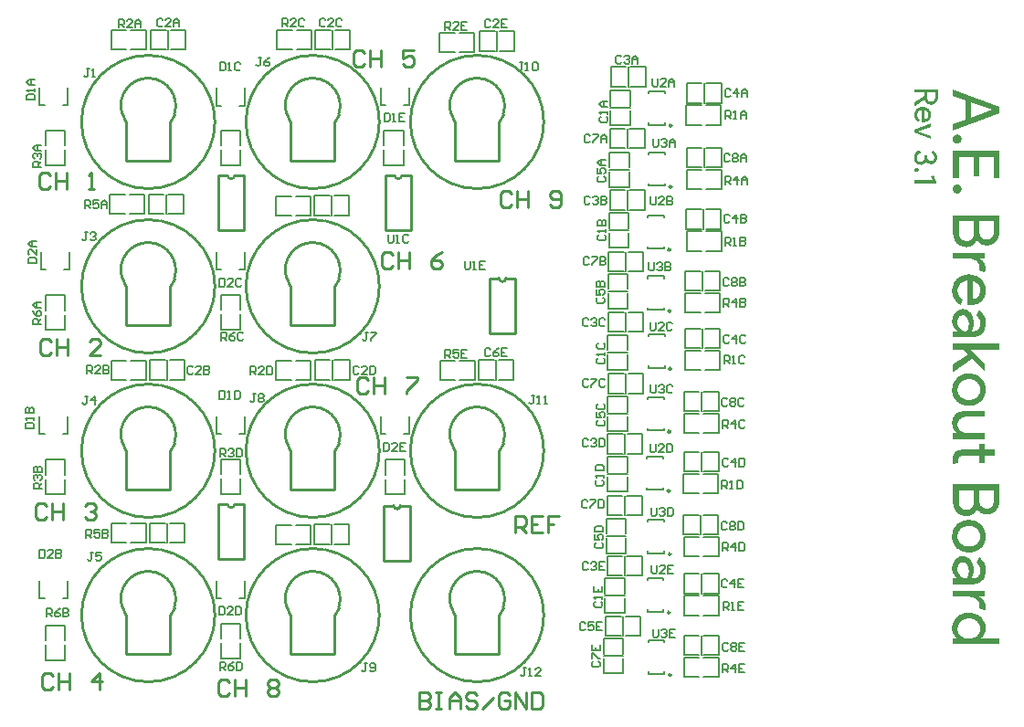
<source format=gto>
G04*
G04 #@! TF.GenerationSoftware,Altium Limited,Altium Designer,19.0.15 (446)*
G04*
G04 Layer_Color=65535*
%FSLAX25Y25*%
%MOIN*%
G70*
G01*
G75*
%ADD10C,0.01000*%
%ADD11C,0.00787*%
%ADD12C,0.00800*%
G36*
X619475Y438644D02*
Y436188D01*
X602600Y429812D01*
Y432231D01*
X607175Y433844D01*
Y440950D01*
X602600Y442600D01*
Y445000D01*
X619475Y438644D01*
D02*
G37*
G36*
X604306Y428387D02*
X604456Y428350D01*
X604644Y428294D01*
X604831Y428200D01*
X605019Y428088D01*
X605188Y427938D01*
X605206Y427919D01*
X605263Y427863D01*
X605337Y427750D01*
X605431Y427619D01*
X605506Y427450D01*
X605581Y427262D01*
X605638Y427056D01*
X605656Y426813D01*
Y426700D01*
X605638Y426569D01*
X605600Y426400D01*
X605544Y426231D01*
X605450Y426044D01*
X605337Y425838D01*
X605188Y425669D01*
X605169Y425650D01*
X605113Y425594D01*
X605019Y425519D01*
X604887Y425425D01*
X604719Y425350D01*
X604531Y425275D01*
X604306Y425219D01*
X604063Y425200D01*
X604025D01*
X603950D01*
X603819Y425219D01*
X603669Y425256D01*
X603481Y425313D01*
X603294Y425406D01*
X603106Y425519D01*
X602919Y425669D01*
X602900Y425688D01*
X602844Y425744D01*
X602769Y425856D01*
X602694Y425987D01*
X602619Y426137D01*
X602544Y426344D01*
X602488Y426569D01*
X602469Y426813D01*
Y426925D01*
X602488Y427037D01*
X602525Y427206D01*
X602581Y427375D01*
X602656Y427563D01*
X602769Y427750D01*
X602919Y427938D01*
X602938Y427956D01*
X603013Y428013D01*
X603106Y428088D01*
X603237Y428162D01*
X603406Y428256D01*
X603594Y428331D01*
X603819Y428387D01*
X604063Y428406D01*
X604100D01*
X604175D01*
X604306Y428387D01*
D02*
G37*
G36*
X619475Y412506D02*
X617413D01*
Y420194D01*
X612050D01*
Y413256D01*
X610025D01*
Y420194D01*
X604663D01*
Y412506D01*
X602600D01*
Y422369D01*
X619475D01*
Y412506D01*
D02*
G37*
G36*
X604306Y410125D02*
X604456Y410087D01*
X604644Y410031D01*
X604831Y409937D01*
X605019Y409825D01*
X605188Y409675D01*
X605206Y409656D01*
X605263Y409600D01*
X605337Y409487D01*
X605431Y409356D01*
X605506Y409188D01*
X605581Y409000D01*
X605638Y408794D01*
X605656Y408550D01*
Y408437D01*
X605638Y408306D01*
X605600Y408138D01*
X605544Y407969D01*
X605450Y407781D01*
X605337Y407575D01*
X605188Y407406D01*
X605169Y407387D01*
X605113Y407331D01*
X605019Y407256D01*
X604887Y407163D01*
X604719Y407088D01*
X604531Y407013D01*
X604306Y406956D01*
X604063Y406938D01*
X604025D01*
X603950D01*
X603819Y406956D01*
X603669Y406994D01*
X603481Y407050D01*
X603294Y407144D01*
X603106Y407256D01*
X602919Y407406D01*
X602900Y407425D01*
X602844Y407481D01*
X602769Y407594D01*
X602694Y407725D01*
X602619Y407875D01*
X602544Y408081D01*
X602488Y408306D01*
X602469Y408550D01*
Y408663D01*
X602488Y408775D01*
X602525Y408944D01*
X602581Y409113D01*
X602656Y409300D01*
X602769Y409487D01*
X602919Y409675D01*
X602938Y409694D01*
X603013Y409750D01*
X603106Y409825D01*
X603237Y409900D01*
X603406Y409994D01*
X603594Y410069D01*
X603819Y410125D01*
X604063Y410144D01*
X604100D01*
X604175D01*
X604306Y410125D01*
D02*
G37*
G36*
X619475Y392613D02*
X619456Y392462D01*
X619438Y392294D01*
X619400Y392088D01*
X619362Y391863D01*
X619306Y391619D01*
X619250Y391356D01*
X619156Y391075D01*
X619044Y390794D01*
X618931Y390494D01*
X618762Y390212D01*
X618594Y389913D01*
X618388Y389631D01*
X618162Y389350D01*
X618144Y389331D01*
X618106Y389294D01*
X618031Y389219D01*
X617938Y389125D01*
X617806Y389013D01*
X617656Y388900D01*
X617469Y388769D01*
X617263Y388637D01*
X617037Y388506D01*
X616794Y388375D01*
X616531Y388263D01*
X616231Y388150D01*
X615931Y388056D01*
X615594Y387981D01*
X615238Y387944D01*
X614881Y387925D01*
X614862D01*
X614769D01*
X614638Y387944D01*
X614469Y387963D01*
X614281Y388000D01*
X614038Y388037D01*
X613775Y388112D01*
X613513Y388206D01*
X613212Y388337D01*
X612931Y388488D01*
X612631Y388675D01*
X612350Y388881D01*
X612069Y389144D01*
X611806Y389462D01*
X611562Y389800D01*
X611356Y390212D01*
X611263D01*
Y390194D01*
X611244Y390156D01*
X611225Y390081D01*
X611188Y390006D01*
X611131Y389894D01*
X611075Y389762D01*
X610925Y389462D01*
X610719Y389144D01*
X610475Y388788D01*
X610156Y388450D01*
X609800Y388131D01*
X609781Y388112D01*
X609744Y388094D01*
X609688Y388056D01*
X609613Y388000D01*
X609519Y387944D01*
X609406Y387888D01*
X609106Y387737D01*
X608750Y387587D01*
X608337Y387475D01*
X607888Y387381D01*
X607400Y387344D01*
X607381D01*
X607306D01*
X607194Y387363D01*
X607062D01*
X606875Y387381D01*
X606669Y387419D01*
X606444Y387475D01*
X606181Y387531D01*
X605919Y387606D01*
X605638Y387719D01*
X605356Y387831D01*
X605075Y387981D01*
X604775Y388150D01*
X604494Y388356D01*
X604213Y388600D01*
X603950Y388862D01*
X603931Y388881D01*
X603894Y388937D01*
X603819Y389013D01*
X603744Y389125D01*
X603631Y389275D01*
X603519Y389444D01*
X603406Y389631D01*
X603275Y389856D01*
X603144Y390119D01*
X603031Y390381D01*
X602919Y390681D01*
X602806Y391000D01*
X602731Y391337D01*
X602656Y391694D01*
X602619Y392069D01*
X602600Y392462D01*
Y398913D01*
X619475D01*
Y392613D01*
D02*
G37*
G36*
X614150Y383200D02*
X612256D01*
Y383106D01*
X612275D01*
X612294Y383087D01*
X612406Y383031D01*
X612575Y382956D01*
X612800Y382825D01*
X613044Y382638D01*
X613306Y382394D01*
X613569Y382113D01*
X613831Y381756D01*
Y381737D01*
X613869Y381719D01*
X613888Y381663D01*
X613944Y381588D01*
X614038Y381381D01*
X614169Y381119D01*
X614281Y380800D01*
X614394Y380463D01*
X614469Y380106D01*
X614488Y379731D01*
Y379581D01*
X614469Y379394D01*
X614450Y379187D01*
X614412Y378925D01*
X614356Y378662D01*
X614281Y378400D01*
X614187Y378137D01*
X612087Y378794D01*
Y378813D01*
X612106Y378869D01*
X612144Y378962D01*
X612181Y379094D01*
X612200Y379281D01*
X612238Y379506D01*
X612256Y379769D01*
Y380181D01*
X612238Y380275D01*
X612219Y380387D01*
X612200Y380500D01*
X612125Y380800D01*
X612012Y381119D01*
X611844Y381475D01*
X611731Y381663D01*
X611600Y381850D01*
X611431Y382037D01*
X611263Y382206D01*
X611244Y382225D01*
X611225Y382244D01*
X611169Y382281D01*
X611094Y382337D01*
X611000Y382413D01*
X610887Y382488D01*
X610606Y382656D01*
X610269Y382825D01*
X609875Y382956D01*
X609444Y383069D01*
X609200Y383087D01*
X608956Y383106D01*
X602600D01*
Y385281D01*
X614150D01*
Y383200D01*
D02*
G37*
G36*
X608638Y377350D02*
X608825D01*
X609050Y377312D01*
X609312Y377275D01*
X609594Y377238D01*
X609912Y377163D01*
X610250Y377087D01*
X610606Y376975D01*
X610981Y376844D01*
X611338Y376694D01*
X611713Y376506D01*
X612069Y376300D01*
X612425Y376056D01*
X612762Y375775D01*
X612781Y375756D01*
X612838Y375700D01*
X612931Y375606D01*
X613044Y375475D01*
X613175Y375325D01*
X613325Y375137D01*
X613475Y374913D01*
X613644Y374650D01*
X613812Y374369D01*
X613963Y374069D01*
X614113Y373731D01*
X614244Y373356D01*
X614356Y372981D01*
X614450Y372569D01*
X614506Y372119D01*
X614525Y371669D01*
Y371556D01*
X614506Y371425D01*
Y371237D01*
X614469Y371031D01*
X614431Y370769D01*
X614394Y370487D01*
X614319Y370187D01*
X614225Y369869D01*
X614113Y369550D01*
X613981Y369194D01*
X613812Y368856D01*
X613625Y368519D01*
X613400Y368200D01*
X613156Y367881D01*
X612856Y367581D01*
X612838Y367563D01*
X612781Y367506D01*
X612687Y367431D01*
X612556Y367337D01*
X612388Y367225D01*
X612181Y367094D01*
X611938Y366963D01*
X611656Y366812D01*
X611338Y366663D01*
X611000Y366531D01*
X610606Y366400D01*
X610194Y366287D01*
X609744Y366194D01*
X609275Y366100D01*
X608750Y366062D01*
X608206Y366044D01*
X607963Y366081D01*
Y375156D01*
X607944D01*
X607888D01*
X607794Y375137D01*
X607681D01*
X607531Y375119D01*
X607381Y375081D01*
X607194Y375044D01*
X606987Y375006D01*
X606556Y374856D01*
X606087Y374669D01*
X605863Y374537D01*
X605638Y374388D01*
X605431Y374219D01*
X605225Y374031D01*
X605206Y374012D01*
X605188Y373975D01*
X605131Y373919D01*
X605056Y373844D01*
X604981Y373731D01*
X604906Y373600D01*
X604812Y373469D01*
X604719Y373300D01*
X604513Y372925D01*
X604362Y372475D01*
X604231Y371969D01*
X604213Y371706D01*
X604194Y371425D01*
Y371331D01*
X604213Y371219D01*
X604231Y371088D01*
X604250Y370919D01*
X604306Y370712D01*
X604362Y370487D01*
X604456Y370244D01*
X604569Y369981D01*
X604700Y369719D01*
X604869Y369456D01*
X605075Y369194D01*
X605319Y368913D01*
X605581Y368650D01*
X605900Y368406D01*
X606275Y368181D01*
X605319Y366231D01*
X605300D01*
X605263Y366269D01*
X605188Y366306D01*
X605075Y366381D01*
X604962Y366456D01*
X604812Y366550D01*
X604494Y366794D01*
X604119Y367112D01*
X603744Y367488D01*
X603369Y367919D01*
X603031Y368406D01*
Y368425D01*
X602994Y368462D01*
X602956Y368537D01*
X602900Y368650D01*
X602844Y368781D01*
X602769Y368931D01*
X602712Y369100D01*
X602637Y369306D01*
X602563Y369531D01*
X602488Y369775D01*
X602356Y370300D01*
X602262Y370881D01*
X602244Y371200D01*
X602225Y371519D01*
Y371631D01*
X602244Y371762D01*
Y371950D01*
X602281Y372156D01*
X602319Y372419D01*
X602375Y372700D01*
X602450Y373000D01*
X602544Y373319D01*
X602656Y373656D01*
X602787Y374012D01*
X602956Y374369D01*
X603162Y374725D01*
X603387Y375062D01*
X603669Y375400D01*
X603969Y375719D01*
X603988Y375738D01*
X604044Y375794D01*
X604156Y375869D01*
X604287Y375981D01*
X604456Y376094D01*
X604663Y376244D01*
X604906Y376394D01*
X605169Y376544D01*
X605469Y376694D01*
X605806Y376844D01*
X606181Y376994D01*
X606556Y377106D01*
X606987Y377219D01*
X607419Y377294D01*
X607888Y377350D01*
X608375Y377369D01*
X608413D01*
X608488D01*
X608638Y377350D01*
D02*
G37*
G36*
X606350Y364713D02*
X606481D01*
X606631Y364694D01*
X606800Y364656D01*
X606987Y364619D01*
X607212Y364563D01*
X607438Y364488D01*
X607662Y364394D01*
X607906Y364300D01*
X608131Y364169D01*
X608375Y364000D01*
X608600Y363831D01*
X608825Y363625D01*
X609031Y363381D01*
X609050Y363363D01*
X609069Y363325D01*
X609125Y363250D01*
X609200Y363138D01*
X609275Y363006D01*
X609369Y362838D01*
X609462Y362650D01*
X609575Y362425D01*
X609669Y362181D01*
X609762Y361900D01*
X609856Y361600D01*
X609931Y361281D01*
X610006Y360944D01*
X610063Y360569D01*
X610081Y360175D01*
X610100Y359763D01*
Y359575D01*
X610081Y359444D01*
Y359275D01*
X610063Y359087D01*
X610044Y358862D01*
X610006Y358637D01*
X609931Y358131D01*
X609800Y357606D01*
X609631Y357081D01*
X609387Y356575D01*
X609875D01*
X609894D01*
X609931D01*
X609987D01*
X610063Y356594D01*
X610288Y356612D01*
X610550Y356687D01*
X610850Y356800D01*
X611169Y356950D01*
X611506Y357175D01*
X611656Y357325D01*
X611806Y357475D01*
X611825Y357494D01*
X611844Y357512D01*
X611881Y357569D01*
X611938Y357625D01*
X612050Y357831D01*
X612200Y358075D01*
X612350Y358375D01*
X612463Y358731D01*
X612556Y359144D01*
X612594Y359575D01*
Y359650D01*
X612575Y359744D01*
Y359875D01*
X612556Y360025D01*
X612519Y360212D01*
X612463Y360400D01*
X612406Y360606D01*
X612313Y360831D01*
X612219Y361075D01*
X612087Y361319D01*
X611938Y361544D01*
X611769Y361788D01*
X611562Y362013D01*
X611319Y362238D01*
X611056Y362444D01*
X612256Y364356D01*
X612275Y364337D01*
X612350Y364281D01*
X612463Y364188D01*
X612612Y364056D01*
X612781Y363888D01*
X612969Y363700D01*
X613175Y363456D01*
X613400Y363175D01*
X613606Y362875D01*
X613812Y362519D01*
X614000Y362144D01*
X614169Y361713D01*
X614319Y361262D01*
X614431Y360775D01*
X614506Y360250D01*
X614525Y359687D01*
Y359462D01*
X614506Y359294D01*
X614488Y359087D01*
X614450Y358862D01*
X614412Y358600D01*
X614356Y358319D01*
X614300Y358019D01*
X614206Y357700D01*
X614113Y357400D01*
X613981Y357081D01*
X613831Y356763D01*
X613662Y356463D01*
X613456Y356163D01*
X613231Y355900D01*
X613212Y355881D01*
X613175Y355844D01*
X613100Y355769D01*
X613006Y355675D01*
X612875Y355581D01*
X612706Y355450D01*
X612519Y355319D01*
X612313Y355188D01*
X612069Y355056D01*
X611806Y354944D01*
X611525Y354813D01*
X611206Y354719D01*
X610869Y354625D01*
X610512Y354550D01*
X610119Y354513D01*
X609706Y354494D01*
X602600D01*
Y356575D01*
X604194D01*
Y356669D01*
X604175Y356687D01*
X604119Y356725D01*
X604006Y356800D01*
X603894Y356912D01*
X603744Y357044D01*
X603575Y357212D01*
X603387Y357400D01*
X603219Y357625D01*
X603031Y357869D01*
X602844Y358131D01*
X602675Y358431D01*
X602525Y358750D01*
X602413Y359087D01*
X602319Y359462D01*
X602244Y359838D01*
X602225Y360250D01*
Y360437D01*
X602244Y360569D01*
X602262Y360737D01*
X602281Y360925D01*
X602319Y361131D01*
X602375Y361375D01*
X602506Y361881D01*
X602600Y362144D01*
X602694Y362406D01*
X602825Y362687D01*
X602975Y362950D01*
X603144Y363212D01*
X603350Y363456D01*
X603369Y363475D01*
X603406Y363512D01*
X603463Y363569D01*
X603556Y363663D01*
X603669Y363756D01*
X603800Y363850D01*
X603950Y363981D01*
X604119Y364094D01*
X604325Y364206D01*
X604531Y364319D01*
X605019Y364525D01*
X605281Y364619D01*
X605562Y364675D01*
X605863Y364713D01*
X606181Y364731D01*
X606200D01*
X606256D01*
X606350Y364713D01*
D02*
G37*
G36*
X619475Y349863D02*
X609069D01*
X614150Y344875D01*
Y342081D01*
X614056D01*
X609575Y346581D01*
X602694Y341875D01*
X602600D01*
Y344481D01*
X608038Y348100D01*
X606294Y349863D01*
X602600D01*
Y352038D01*
X619475D01*
Y349863D01*
D02*
G37*
G36*
X608638Y341275D02*
X608825D01*
X609050Y341237D01*
X609312Y341200D01*
X609613Y341162D01*
X609931Y341088D01*
X610269Y340994D01*
X610625Y340881D01*
X610981Y340750D01*
X611356Y340581D01*
X611731Y340394D01*
X612087Y340169D01*
X612444Y339925D01*
X612781Y339625D01*
X612800Y339606D01*
X612856Y339550D01*
X612950Y339456D01*
X613062Y339325D01*
X613194Y339156D01*
X613325Y338950D01*
X613494Y338706D01*
X613662Y338444D01*
X613812Y338162D01*
X613981Y337825D01*
X614113Y337488D01*
X614262Y337094D01*
X614356Y336700D01*
X614450Y336269D01*
X614506Y335819D01*
X614525Y335350D01*
Y335238D01*
X614506Y335106D01*
Y334919D01*
X614469Y334694D01*
X614431Y334450D01*
X614375Y334169D01*
X614300Y333850D01*
X614206Y333531D01*
X614094Y333194D01*
X613963Y332838D01*
X613794Y332481D01*
X613588Y332125D01*
X613363Y331769D01*
X613081Y331431D01*
X612781Y331113D01*
X612762Y331094D01*
X612706Y331037D01*
X612612Y330962D01*
X612463Y330850D01*
X612294Y330719D01*
X612087Y330569D01*
X611844Y330419D01*
X611581Y330250D01*
X611281Y330100D01*
X610944Y329950D01*
X610569Y329800D01*
X610194Y329669D01*
X609762Y329556D01*
X609331Y329481D01*
X608862Y329425D01*
X608375Y329406D01*
X608337D01*
X608262D01*
X608112Y329425D01*
X607925D01*
X607700Y329463D01*
X607438Y329500D01*
X607137Y329556D01*
X606819Y329612D01*
X606462Y329706D01*
X606106Y329819D01*
X605750Y329969D01*
X605375Y330119D01*
X605000Y330325D01*
X604644Y330550D01*
X604287Y330813D01*
X603950Y331113D01*
X603931Y331131D01*
X603875Y331188D01*
X603800Y331281D01*
X603687Y331413D01*
X603556Y331581D01*
X603406Y331769D01*
X603256Y332013D01*
X603088Y332275D01*
X602919Y332556D01*
X602769Y332875D01*
X602619Y333231D01*
X602488Y333606D01*
X602394Y334000D01*
X602300Y334431D01*
X602244Y334881D01*
X602225Y335350D01*
Y335462D01*
X602244Y335594D01*
Y335781D01*
X602281Y336006D01*
X602319Y336250D01*
X602375Y336531D01*
X602450Y336850D01*
X602525Y337169D01*
X602637Y337525D01*
X602787Y337881D01*
X602956Y338238D01*
X603144Y338594D01*
X603387Y338950D01*
X603650Y339287D01*
X603950Y339625D01*
X603969Y339644D01*
X604025Y339700D01*
X604138Y339775D01*
X604269Y339887D01*
X604437Y340019D01*
X604644Y340150D01*
X604887Y340300D01*
X605169Y340450D01*
X605469Y340619D01*
X605806Y340769D01*
X606163Y340900D01*
X606556Y341031D01*
X606987Y341144D01*
X607419Y341219D01*
X607888Y341275D01*
X608375Y341294D01*
X608413D01*
X608488D01*
X608638Y341275D01*
D02*
G37*
G36*
X614150Y325356D02*
X607025D01*
X606987D01*
X606913D01*
X606763Y325338D01*
X606575Y325300D01*
X606369Y325262D01*
X606125Y325187D01*
X605881Y325094D01*
X605619Y324981D01*
X605337Y324831D01*
X605094Y324644D01*
X604850Y324400D01*
X604644Y324137D01*
X604456Y323800D01*
X604325Y323425D01*
X604231Y322994D01*
X604194Y322506D01*
Y322375D01*
X604213Y322281D01*
X604231Y322187D01*
X604250Y322056D01*
X604325Y321756D01*
X604456Y321419D01*
X604644Y321044D01*
X604756Y320875D01*
X604906Y320688D01*
X605056Y320519D01*
X605244Y320350D01*
X605263Y320331D01*
X605300Y320312D01*
X605356Y320275D01*
X605431Y320219D01*
X605525Y320144D01*
X605656Y320069D01*
X605788Y319994D01*
X605956Y319900D01*
X606313Y319750D01*
X606744Y319600D01*
X607231Y319506D01*
X607494Y319469D01*
X607756D01*
X614150D01*
Y317294D01*
X602600D01*
Y319375D01*
X604194D01*
Y319469D01*
X604156Y319488D01*
X604063Y319563D01*
X603894Y319675D01*
X603706Y319844D01*
X603481Y320050D01*
X603237Y320312D01*
X603013Y320631D01*
X602787Y320988D01*
Y321006D01*
X602769Y321025D01*
X602731Y321081D01*
X602694Y321156D01*
X602619Y321362D01*
X602506Y321644D01*
X602413Y321962D01*
X602319Y322319D01*
X602244Y322712D01*
X602225Y323125D01*
Y323331D01*
X602244Y323481D01*
X602262Y323650D01*
X602281Y323856D01*
X602319Y324081D01*
X602375Y324325D01*
X602525Y324850D01*
X602619Y325131D01*
X602731Y325394D01*
X602863Y325656D01*
X603031Y325919D01*
X603219Y326163D01*
X603425Y326388D01*
X603444Y326406D01*
X603481Y326444D01*
X603556Y326500D01*
X603650Y326556D01*
X603781Y326650D01*
X603931Y326744D01*
X604100Y326856D01*
X604306Y326950D01*
X604550Y327063D01*
X604812Y327175D01*
X605094Y327269D01*
X605394Y327344D01*
X605731Y327419D01*
X606087Y327475D01*
X606462Y327513D01*
X606875Y327531D01*
X614150D01*
Y325356D01*
D02*
G37*
G36*
Y313375D02*
X617694D01*
Y311200D01*
X614150D01*
Y308369D01*
X612162D01*
Y311200D01*
X606406D01*
X606388D01*
X606350D01*
X606294D01*
X606219D01*
X606031Y311181D01*
X605788Y311144D01*
X605525Y311087D01*
X605263Y311013D01*
X605037Y310919D01*
X604850Y310769D01*
X604831Y310750D01*
X604794Y310694D01*
X604719Y310600D01*
X604644Y310469D01*
X604569Y310319D01*
X604494Y310150D01*
X604456Y309944D01*
X604437Y309737D01*
Y309588D01*
X604456Y309437D01*
X604494Y309250D01*
Y309231D01*
X604513Y309212D01*
X604531Y309100D01*
X604588Y308950D01*
X604644Y308781D01*
X602712Y308087D01*
X602694Y308125D01*
X602675Y308238D01*
X602619Y308425D01*
X602563Y308650D01*
X602506Y308950D01*
X602469Y309288D01*
X602431Y309663D01*
X602413Y310075D01*
Y310206D01*
X602431Y310300D01*
Y310431D01*
X602450Y310562D01*
X602525Y310900D01*
X602619Y311256D01*
X602769Y311650D01*
X602994Y312044D01*
X603125Y312231D01*
X603275Y312419D01*
X603294Y312438D01*
X603312Y312456D01*
X603369Y312512D01*
X603444Y312569D01*
X603519Y312644D01*
X603631Y312719D01*
X603762Y312794D01*
X603912Y312888D01*
X604250Y313056D01*
X604681Y313225D01*
X605169Y313319D01*
X605431Y313356D01*
X605713Y313375D01*
X612162D01*
Y315400D01*
X614150D01*
Y313375D01*
D02*
G37*
G36*
X619475Y294438D02*
X619456Y294287D01*
X619438Y294119D01*
X619400Y293913D01*
X619362Y293688D01*
X619306Y293444D01*
X619250Y293181D01*
X619156Y292900D01*
X619044Y292619D01*
X618931Y292319D01*
X618762Y292038D01*
X618594Y291738D01*
X618388Y291456D01*
X618162Y291175D01*
X618144Y291156D01*
X618106Y291119D01*
X618031Y291044D01*
X617938Y290950D01*
X617806Y290838D01*
X617656Y290725D01*
X617469Y290594D01*
X617263Y290462D01*
X617037Y290331D01*
X616794Y290200D01*
X616531Y290088D01*
X616231Y289975D01*
X615931Y289881D01*
X615594Y289806D01*
X615238Y289769D01*
X614881Y289750D01*
X614862D01*
X614769D01*
X614638Y289769D01*
X614469Y289788D01*
X614281Y289825D01*
X614038Y289862D01*
X613775Y289937D01*
X613513Y290031D01*
X613212Y290162D01*
X612931Y290313D01*
X612631Y290500D01*
X612350Y290706D01*
X612069Y290969D01*
X611806Y291287D01*
X611562Y291625D01*
X611356Y292038D01*
X611263D01*
Y292019D01*
X611244Y291981D01*
X611225Y291906D01*
X611188Y291831D01*
X611131Y291719D01*
X611075Y291587D01*
X610925Y291287D01*
X610719Y290969D01*
X610475Y290613D01*
X610156Y290275D01*
X609800Y289956D01*
X609781Y289937D01*
X609744Y289919D01*
X609688Y289881D01*
X609613Y289825D01*
X609519Y289769D01*
X609406Y289713D01*
X609106Y289563D01*
X608750Y289412D01*
X608337Y289300D01*
X607888Y289206D01*
X607400Y289169D01*
X607381D01*
X607306D01*
X607194Y289188D01*
X607062D01*
X606875Y289206D01*
X606669Y289244D01*
X606444Y289300D01*
X606181Y289356D01*
X605919Y289431D01*
X605638Y289544D01*
X605356Y289656D01*
X605075Y289806D01*
X604775Y289975D01*
X604494Y290181D01*
X604213Y290425D01*
X603950Y290687D01*
X603931Y290706D01*
X603894Y290762D01*
X603819Y290838D01*
X603744Y290950D01*
X603631Y291100D01*
X603519Y291269D01*
X603406Y291456D01*
X603275Y291681D01*
X603144Y291944D01*
X603031Y292206D01*
X602919Y292506D01*
X602806Y292825D01*
X602731Y293162D01*
X602656Y293519D01*
X602619Y293894D01*
X602600Y294287D01*
Y300738D01*
X619475D01*
Y294438D01*
D02*
G37*
G36*
X608638Y287744D02*
X608825D01*
X609050Y287706D01*
X609312Y287669D01*
X609613Y287631D01*
X609931Y287556D01*
X610269Y287462D01*
X610625Y287350D01*
X610981Y287219D01*
X611356Y287050D01*
X611731Y286862D01*
X612087Y286637D01*
X612444Y286394D01*
X612781Y286094D01*
X612800Y286075D01*
X612856Y286019D01*
X612950Y285925D01*
X613062Y285794D01*
X613194Y285625D01*
X613325Y285419D01*
X613494Y285175D01*
X613662Y284912D01*
X613812Y284631D01*
X613981Y284294D01*
X614113Y283956D01*
X614262Y283562D01*
X614356Y283169D01*
X614450Y282737D01*
X614506Y282288D01*
X614525Y281819D01*
Y281706D01*
X614506Y281575D01*
Y281387D01*
X614469Y281163D01*
X614431Y280919D01*
X614375Y280638D01*
X614300Y280319D01*
X614206Y280000D01*
X614094Y279662D01*
X613963Y279306D01*
X613794Y278950D01*
X613588Y278594D01*
X613363Y278238D01*
X613081Y277900D01*
X612781Y277581D01*
X612762Y277562D01*
X612706Y277506D01*
X612612Y277431D01*
X612463Y277319D01*
X612294Y277187D01*
X612087Y277038D01*
X611844Y276887D01*
X611581Y276719D01*
X611281Y276569D01*
X610944Y276419D01*
X610569Y276269D01*
X610194Y276137D01*
X609762Y276025D01*
X609331Y275950D01*
X608862Y275894D01*
X608375Y275875D01*
X608337D01*
X608262D01*
X608112Y275894D01*
X607925D01*
X607700Y275931D01*
X607438Y275969D01*
X607137Y276025D01*
X606819Y276081D01*
X606462Y276175D01*
X606106Y276288D01*
X605750Y276437D01*
X605375Y276588D01*
X605000Y276794D01*
X604644Y277019D01*
X604287Y277281D01*
X603950Y277581D01*
X603931Y277600D01*
X603875Y277656D01*
X603800Y277750D01*
X603687Y277881D01*
X603556Y278050D01*
X603406Y278238D01*
X603256Y278481D01*
X603088Y278744D01*
X602919Y279025D01*
X602769Y279344D01*
X602619Y279700D01*
X602488Y280075D01*
X602394Y280469D01*
X602300Y280900D01*
X602244Y281350D01*
X602225Y281819D01*
Y281931D01*
X602244Y282063D01*
Y282250D01*
X602281Y282475D01*
X602319Y282719D01*
X602375Y283000D01*
X602450Y283319D01*
X602525Y283637D01*
X602637Y283994D01*
X602787Y284350D01*
X602956Y284706D01*
X603144Y285063D01*
X603387Y285419D01*
X603650Y285756D01*
X603950Y286094D01*
X603969Y286112D01*
X604025Y286169D01*
X604138Y286244D01*
X604269Y286356D01*
X604437Y286488D01*
X604644Y286619D01*
X604887Y286769D01*
X605169Y286919D01*
X605469Y287087D01*
X605806Y287238D01*
X606163Y287369D01*
X606556Y287500D01*
X606987Y287613D01*
X607419Y287687D01*
X607888Y287744D01*
X608375Y287762D01*
X608413D01*
X608488D01*
X608638Y287744D01*
D02*
G37*
G36*
X606350Y274544D02*
X606481D01*
X606631Y274525D01*
X606800Y274487D01*
X606987Y274450D01*
X607212Y274394D01*
X607438Y274319D01*
X607662Y274225D01*
X607906Y274131D01*
X608131Y274000D01*
X608375Y273831D01*
X608600Y273662D01*
X608825Y273456D01*
X609031Y273213D01*
X609050Y273194D01*
X609069Y273156D01*
X609125Y273081D01*
X609200Y272969D01*
X609275Y272837D01*
X609369Y272669D01*
X609462Y272481D01*
X609575Y272256D01*
X609669Y272012D01*
X609762Y271731D01*
X609856Y271431D01*
X609931Y271112D01*
X610006Y270775D01*
X610063Y270400D01*
X610081Y270006D01*
X610100Y269594D01*
Y269406D01*
X610081Y269275D01*
Y269106D01*
X610063Y268919D01*
X610044Y268694D01*
X610006Y268469D01*
X609931Y267963D01*
X609800Y267438D01*
X609631Y266913D01*
X609387Y266406D01*
X609875D01*
X609894D01*
X609931D01*
X609987D01*
X610063Y266425D01*
X610288Y266444D01*
X610550Y266519D01*
X610850Y266631D01*
X611169Y266781D01*
X611506Y267006D01*
X611656Y267156D01*
X611806Y267306D01*
X611825Y267325D01*
X611844Y267344D01*
X611881Y267400D01*
X611938Y267456D01*
X612050Y267663D01*
X612200Y267906D01*
X612350Y268206D01*
X612463Y268563D01*
X612556Y268975D01*
X612594Y269406D01*
Y269481D01*
X612575Y269575D01*
Y269706D01*
X612556Y269856D01*
X612519Y270044D01*
X612463Y270231D01*
X612406Y270438D01*
X612313Y270662D01*
X612219Y270906D01*
X612087Y271150D01*
X611938Y271375D01*
X611769Y271619D01*
X611562Y271844D01*
X611319Y272069D01*
X611056Y272275D01*
X612256Y274187D01*
X612275Y274169D01*
X612350Y274113D01*
X612463Y274019D01*
X612612Y273887D01*
X612781Y273719D01*
X612969Y273531D01*
X613175Y273288D01*
X613400Y273006D01*
X613606Y272706D01*
X613812Y272350D01*
X614000Y271975D01*
X614169Y271544D01*
X614319Y271094D01*
X614431Y270606D01*
X614506Y270081D01*
X614525Y269519D01*
Y269294D01*
X614506Y269125D01*
X614488Y268919D01*
X614450Y268694D01*
X614412Y268431D01*
X614356Y268150D01*
X614300Y267850D01*
X614206Y267531D01*
X614113Y267231D01*
X613981Y266913D01*
X613831Y266594D01*
X613662Y266294D01*
X613456Y265994D01*
X613231Y265731D01*
X613212Y265712D01*
X613175Y265675D01*
X613100Y265600D01*
X613006Y265506D01*
X612875Y265412D01*
X612706Y265281D01*
X612519Y265150D01*
X612313Y265019D01*
X612069Y264887D01*
X611806Y264775D01*
X611525Y264644D01*
X611206Y264550D01*
X610869Y264456D01*
X610512Y264381D01*
X610119Y264344D01*
X609706Y264325D01*
X602600D01*
Y266406D01*
X604194D01*
Y266500D01*
X604175Y266519D01*
X604119Y266556D01*
X604006Y266631D01*
X603894Y266744D01*
X603744Y266875D01*
X603575Y267044D01*
X603387Y267231D01*
X603219Y267456D01*
X603031Y267700D01*
X602844Y267963D01*
X602675Y268263D01*
X602525Y268581D01*
X602413Y268919D01*
X602319Y269294D01*
X602244Y269669D01*
X602225Y270081D01*
Y270269D01*
X602244Y270400D01*
X602262Y270569D01*
X602281Y270756D01*
X602319Y270963D01*
X602375Y271206D01*
X602506Y271712D01*
X602600Y271975D01*
X602694Y272237D01*
X602825Y272519D01*
X602975Y272781D01*
X603144Y273044D01*
X603350Y273288D01*
X603369Y273306D01*
X603406Y273344D01*
X603463Y273400D01*
X603556Y273494D01*
X603669Y273587D01*
X603800Y273681D01*
X603950Y273813D01*
X604119Y273925D01*
X604325Y274038D01*
X604531Y274150D01*
X605019Y274356D01*
X605281Y274450D01*
X605562Y274506D01*
X605863Y274544D01*
X606181Y274563D01*
X606200D01*
X606256D01*
X606350Y274544D01*
D02*
G37*
G36*
X614150Y259788D02*
X612256D01*
Y259694D01*
X612275D01*
X612294Y259675D01*
X612406Y259619D01*
X612575Y259544D01*
X612800Y259413D01*
X613044Y259225D01*
X613306Y258981D01*
X613569Y258700D01*
X613831Y258344D01*
Y258325D01*
X613869Y258306D01*
X613888Y258250D01*
X613944Y258175D01*
X614038Y257969D01*
X614169Y257706D01*
X614281Y257387D01*
X614394Y257050D01*
X614469Y256694D01*
X614488Y256319D01*
Y256169D01*
X614469Y255981D01*
X614450Y255775D01*
X614412Y255512D01*
X614356Y255250D01*
X614281Y254988D01*
X614187Y254725D01*
X612087Y255381D01*
Y255400D01*
X612106Y255456D01*
X612144Y255550D01*
X612181Y255681D01*
X612200Y255869D01*
X612238Y256094D01*
X612256Y256356D01*
Y256769D01*
X612238Y256862D01*
X612219Y256975D01*
X612200Y257087D01*
X612125Y257387D01*
X612012Y257706D01*
X611844Y258063D01*
X611731Y258250D01*
X611600Y258437D01*
X611431Y258625D01*
X611263Y258794D01*
X611244Y258812D01*
X611225Y258831D01*
X611169Y258869D01*
X611094Y258925D01*
X611000Y259000D01*
X610887Y259075D01*
X610606Y259244D01*
X610269Y259413D01*
X609875Y259544D01*
X609444Y259656D01*
X609200Y259675D01*
X608956Y259694D01*
X602600D01*
Y261869D01*
X614150D01*
Y259788D01*
D02*
G37*
G36*
X608619Y253938D02*
X608806D01*
X609031Y253900D01*
X609275Y253863D01*
X609556Y253825D01*
X609875Y253750D01*
X610213Y253675D01*
X610550Y253562D01*
X610925Y253431D01*
X611281Y253281D01*
X611656Y253094D01*
X612031Y252888D01*
X612388Y252644D01*
X612725Y252362D01*
X612744Y252344D01*
X612800Y252288D01*
X612894Y252194D01*
X613006Y252063D01*
X613137Y251912D01*
X613287Y251725D01*
X613456Y251500D01*
X613625Y251256D01*
X613794Y250994D01*
X613963Y250694D01*
X614113Y250375D01*
X614244Y250038D01*
X614356Y249662D01*
X614450Y249288D01*
X614506Y248875D01*
X614525Y248463D01*
Y248237D01*
X614506Y248125D01*
Y247994D01*
X614450Y247694D01*
X614394Y247338D01*
X614300Y246944D01*
X614169Y246531D01*
X613981Y246137D01*
Y246119D01*
X613963Y246100D01*
X613925Y246044D01*
X613888Y245969D01*
X613756Y245781D01*
X613606Y245537D01*
X613381Y245275D01*
X613137Y245012D01*
X612856Y244750D01*
X612537Y244525D01*
Y244431D01*
X614150Y244525D01*
X619475D01*
Y242350D01*
X602600D01*
Y244431D01*
X604194D01*
Y244525D01*
X604175D01*
X604156Y244544D01*
X604044Y244637D01*
X603875Y244750D01*
X603669Y244937D01*
X603444Y245163D01*
X603200Y245444D01*
X602975Y245762D01*
X602750Y246137D01*
Y246156D01*
X602731Y246194D01*
X602694Y246250D01*
X602675Y246325D01*
X602637Y246419D01*
X602581Y246531D01*
X602488Y246813D01*
X602394Y247169D01*
X602300Y247563D01*
X602244Y247994D01*
X602225Y248463D01*
Y248556D01*
X602244Y248688D01*
X602262Y248837D01*
X602281Y249044D01*
X602319Y249269D01*
X602375Y249513D01*
X602450Y249794D01*
X602544Y250094D01*
X602656Y250413D01*
X602806Y250731D01*
X602975Y251069D01*
X603181Y251388D01*
X603425Y251725D01*
X603687Y252044D01*
X604006Y252362D01*
X604025Y252381D01*
X604081Y252437D01*
X604194Y252513D01*
X604325Y252606D01*
X604513Y252737D01*
X604719Y252869D01*
X604962Y253019D01*
X605244Y253150D01*
X605544Y253300D01*
X605881Y253450D01*
X606238Y253581D01*
X606612Y253713D01*
X607025Y253806D01*
X607456Y253881D01*
X607906Y253938D01*
X608375Y253956D01*
X608413D01*
X608488D01*
X608619Y253938D01*
D02*
G37*
G36*
X597033Y441830D02*
X597024Y441745D01*
X597014Y441652D01*
X596995Y441549D01*
X596977Y441427D01*
X596939Y441286D01*
X596902Y441146D01*
X596855Y440996D01*
X596799Y440836D01*
X596733Y440687D01*
X596649Y440527D01*
X596546Y440368D01*
X596443Y440218D01*
X596312Y440068D01*
X596302Y440059D01*
X596283Y440031D01*
X596237Y439993D01*
X596180Y439946D01*
X596115Y439890D01*
X596030Y439824D01*
X595927Y439750D01*
X595815Y439675D01*
X595693Y439609D01*
X595562Y439534D01*
X595412Y439468D01*
X595253Y439412D01*
X595084Y439365D01*
X594906Y439328D01*
X594719Y439300D01*
X594522Y439290D01*
X594513D01*
X594484D01*
X594438D01*
X594372Y439300D01*
X594297Y439309D01*
X594213Y439319D01*
X594110Y439337D01*
X594006Y439365D01*
X593763Y439431D01*
X593632Y439478D01*
X593501Y439534D01*
X593369Y439600D01*
X593238Y439675D01*
X593107Y439759D01*
X592976Y439862D01*
X592966Y439871D01*
X592948Y439890D01*
X592910Y439918D01*
X592863Y439965D01*
X592816Y440021D01*
X592751Y440087D01*
X592685Y440171D01*
X592610Y440256D01*
X592545Y440359D01*
X592470Y440462D01*
X592395Y440584D01*
X592320Y440715D01*
X592198Y440996D01*
X592151Y441146D01*
X592104Y441305D01*
X592076Y441333D01*
X588647Y438963D01*
X588600D01*
Y440246D01*
X592011Y442523D01*
Y443722D01*
X588600D01*
Y444809D01*
X597033D01*
Y441830D01*
D02*
G37*
G36*
X591617Y438503D02*
X591711D01*
X591823Y438485D01*
X591955Y438466D01*
X592095Y438447D01*
X592254Y438410D01*
X592423Y438372D01*
X592601Y438316D01*
X592788Y438250D01*
X592966Y438175D01*
X593154Y438082D01*
X593332Y437979D01*
X593510Y437857D01*
X593679Y437716D01*
X593688Y437707D01*
X593716Y437679D01*
X593763Y437632D01*
X593819Y437566D01*
X593885Y437491D01*
X593960Y437398D01*
X594035Y437285D01*
X594119Y437154D01*
X594203Y437013D01*
X594278Y436864D01*
X594353Y436695D01*
X594419Y436508D01*
X594475Y436320D01*
X594522Y436114D01*
X594550Y435889D01*
X594559Y435664D01*
Y435608D01*
X594550Y435542D01*
Y435449D01*
X594531Y435346D01*
X594513Y435215D01*
X594494Y435074D01*
X594456Y434924D01*
X594409Y434765D01*
X594353Y434605D01*
X594288Y434427D01*
X594203Y434259D01*
X594110Y434090D01*
X593997Y433931D01*
X593875Y433772D01*
X593725Y433622D01*
X593716Y433612D01*
X593688Y433584D01*
X593641Y433547D01*
X593575Y433500D01*
X593491Y433444D01*
X593388Y433378D01*
X593266Y433312D01*
X593126Y433237D01*
X592966Y433162D01*
X592798Y433097D01*
X592601Y433031D01*
X592395Y432975D01*
X592170Y432928D01*
X591936Y432881D01*
X591673Y432863D01*
X591402Y432853D01*
X591280Y432872D01*
Y437407D01*
X591270D01*
X591242D01*
X591195Y437398D01*
X591139D01*
X591064Y437388D01*
X590989Y437370D01*
X590896Y437351D01*
X590793Y437332D01*
X590577Y437257D01*
X590343Y437163D01*
X590230Y437098D01*
X590118Y437023D01*
X590015Y436939D01*
X589912Y436845D01*
X589902Y436835D01*
X589893Y436817D01*
X589865Y436789D01*
X589827Y436751D01*
X589790Y436695D01*
X589752Y436629D01*
X589706Y436564D01*
X589659Y436479D01*
X589556Y436292D01*
X589481Y436067D01*
X589415Y435814D01*
X589406Y435683D01*
X589396Y435542D01*
Y435496D01*
X589406Y435439D01*
X589415Y435374D01*
X589425Y435289D01*
X589453Y435186D01*
X589481Y435074D01*
X589528Y434952D01*
X589584Y434821D01*
X589649Y434690D01*
X589734Y434559D01*
X589837Y434427D01*
X589959Y434287D01*
X590090Y434156D01*
X590249Y434034D01*
X590437Y433921D01*
X589959Y432947D01*
X589949D01*
X589930Y432966D01*
X589893Y432984D01*
X589837Y433022D01*
X589781Y433059D01*
X589706Y433106D01*
X589546Y433228D01*
X589359Y433387D01*
X589172Y433575D01*
X588984Y433790D01*
X588815Y434034D01*
Y434043D01*
X588797Y434062D01*
X588778Y434099D01*
X588750Y434156D01*
X588722Y434221D01*
X588684Y434296D01*
X588656Y434381D01*
X588619Y434484D01*
X588581Y434596D01*
X588544Y434718D01*
X588478Y434980D01*
X588431Y435271D01*
X588422Y435430D01*
X588413Y435589D01*
Y435645D01*
X588422Y435711D01*
Y435805D01*
X588441Y435908D01*
X588459Y436039D01*
X588488Y436180D01*
X588525Y436330D01*
X588572Y436489D01*
X588628Y436657D01*
X588694Y436835D01*
X588778Y437013D01*
X588881Y437192D01*
X588994Y437360D01*
X589134Y437529D01*
X589284Y437688D01*
X589293Y437698D01*
X589322Y437726D01*
X589378Y437763D01*
X589443Y437819D01*
X589528Y437876D01*
X589631Y437951D01*
X589752Y438026D01*
X589884Y438100D01*
X590034Y438175D01*
X590202Y438250D01*
X590390Y438325D01*
X590577Y438381D01*
X590793Y438438D01*
X591008Y438475D01*
X591242Y438503D01*
X591486Y438513D01*
X591505D01*
X591542D01*
X591617Y438503D01*
D02*
G37*
G36*
X594372Y431307D02*
X589893Y429611D01*
Y429583D01*
X594372Y427859D01*
Y426707D01*
X588600Y429068D01*
Y430145D01*
X594372Y432478D01*
Y431307D01*
D02*
G37*
G36*
X590739Y421716D02*
X590730D01*
X590711Y421707D01*
X590674Y421697D01*
X590627Y421679D01*
X590571Y421660D01*
X590505Y421632D01*
X590355Y421566D01*
X590187Y421482D01*
X590018Y421370D01*
X589849Y421248D01*
X589699Y421098D01*
Y421088D01*
X589681Y421079D01*
X589643Y421023D01*
X589587Y420929D01*
X589521Y420807D01*
X589456Y420657D01*
X589399Y420479D01*
X589362Y420273D01*
X589343Y420058D01*
Y419992D01*
X589353Y419945D01*
Y419889D01*
X589362Y419823D01*
X589399Y419664D01*
X589446Y419486D01*
X589521Y419299D01*
X589624Y419102D01*
X589681Y419008D01*
X589756Y418915D01*
X589765Y418905D01*
X589774Y418896D01*
X589830Y418840D01*
X589924Y418765D01*
X590046Y418680D01*
X590196Y418596D01*
X590365Y418521D01*
X590571Y418465D01*
X590674Y418455D01*
X590786Y418446D01*
X590796D01*
X590814D01*
X590842D01*
X590889Y418455D01*
X590936Y418465D01*
X591002Y418474D01*
X591142Y418512D01*
X591302Y418568D01*
X591470Y418652D01*
X591555Y418708D01*
X591639Y418774D01*
X591723Y418858D01*
X591798Y418943D01*
X591808Y418952D01*
X591817Y418961D01*
X591836Y418990D01*
X591864Y419027D01*
X591892Y419074D01*
X591929Y419130D01*
X592004Y419271D01*
X592079Y419439D01*
X592145Y419636D01*
X592192Y419861D01*
X592210Y419983D01*
Y420807D01*
X593223D01*
Y420123D01*
X593232Y420076D01*
Y420030D01*
X593241Y419964D01*
X593269Y419814D01*
X593307Y419645D01*
X593372Y419467D01*
X593457Y419289D01*
X593578Y419130D01*
Y419121D01*
X593597Y419111D01*
X593644Y419064D01*
X593728Y418999D01*
X593831Y418924D01*
X593972Y418849D01*
X594131Y418783D01*
X594309Y418737D01*
X594413Y418718D01*
X594516D01*
X594525D01*
X594544D01*
X594572D01*
X594600Y418727D01*
X594703Y418737D01*
X594825Y418765D01*
X594965Y418811D01*
X595106Y418886D01*
X595246Y418980D01*
X595378Y419111D01*
X595396Y419130D01*
X595434Y419177D01*
X595481Y419271D01*
X595546Y419383D01*
X595603Y419533D01*
X595659Y419702D01*
X595696Y419908D01*
X595706Y420133D01*
Y420180D01*
X595696Y420226D01*
X595687Y420301D01*
X595677Y420386D01*
X595649Y420479D01*
X595621Y420582D01*
X595574Y420695D01*
X595518Y420807D01*
X595452Y420920D01*
X595368Y421041D01*
X595265Y421154D01*
X595143Y421266D01*
X595003Y421370D01*
X594843Y421463D01*
X594656Y421538D01*
X595087Y422541D01*
X595096D01*
X595125Y422531D01*
X595162Y422513D01*
X595209Y422484D01*
X595274Y422456D01*
X595350Y422419D01*
X595518Y422325D01*
X595706Y422203D01*
X595902Y422044D01*
X596099Y421857D01*
X596286Y421632D01*
X596296Y421623D01*
X596305Y421604D01*
X596333Y421566D01*
X596361Y421519D01*
X596389Y421454D01*
X596436Y421388D01*
X596474Y421304D01*
X596521Y421201D01*
X596558Y421098D01*
X596605Y420985D01*
X596671Y420732D01*
X596727Y420442D01*
X596736Y420292D01*
X596746Y420133D01*
Y420030D01*
X596736Y419955D01*
X596727Y419861D01*
X596708Y419748D01*
X596689Y419636D01*
X596671Y419505D01*
X596586Y419214D01*
X596539Y419064D01*
X596474Y418915D01*
X596408Y418765D01*
X596315Y418615D01*
X596221Y418465D01*
X596108Y418324D01*
X596099Y418315D01*
X596080Y418296D01*
X596043Y418259D01*
X595996Y418212D01*
X595940Y418156D01*
X595865Y418099D01*
X595781Y418034D01*
X595677Y417968D01*
X595574Y417903D01*
X595452Y417837D01*
X595321Y417781D01*
X595181Y417725D01*
X595031Y417678D01*
X594862Y417640D01*
X594694Y417622D01*
X594516Y417612D01*
X594506D01*
X594469D01*
X594403Y417622D01*
X594328Y417631D01*
X594225Y417640D01*
X594122Y417668D01*
X593991Y417706D01*
X593860Y417743D01*
X593728Y417800D01*
X593578Y417874D01*
X593438Y417959D01*
X593297Y418062D01*
X593157Y418193D01*
X593016Y418334D01*
X592895Y418502D01*
X592782Y418690D01*
X592735D01*
Y418680D01*
X592726Y418661D01*
X592707Y418633D01*
X592688Y418587D01*
X592660Y418530D01*
X592623Y418474D01*
X592538Y418334D01*
X592426Y418174D01*
X592285Y418006D01*
X592126Y417846D01*
X591948Y417706D01*
X591939D01*
X591929Y417687D01*
X591901Y417668D01*
X591854Y417650D01*
X591808Y417622D01*
X591751Y417593D01*
X591611Y417518D01*
X591442Y417453D01*
X591245Y417397D01*
X591020Y417359D01*
X590786Y417340D01*
X590777D01*
X590739D01*
X590683Y417350D01*
X590608D01*
X590515Y417369D01*
X590412Y417378D01*
X590290Y417406D01*
X590168Y417434D01*
X590027Y417481D01*
X589887Y417528D01*
X589737Y417593D01*
X589587Y417668D01*
X589437Y417762D01*
X589296Y417865D01*
X589156Y417987D01*
X589015Y418127D01*
X589006Y418137D01*
X588987Y418165D01*
X588950Y418202D01*
X588903Y418268D01*
X588856Y418343D01*
X588791Y418437D01*
X588734Y418540D01*
X588669Y418661D01*
X588603Y418793D01*
X588538Y418943D01*
X588472Y419102D01*
X588425Y419271D01*
X588378Y419449D01*
X588341Y419645D01*
X588322Y419842D01*
X588313Y420058D01*
Y420142D01*
X588322Y420208D01*
X588331Y420292D01*
X588341Y420386D01*
X588359Y420489D01*
X588378Y420601D01*
X588444Y420854D01*
X588491Y420995D01*
X588538Y421135D01*
X588603Y421276D01*
X588669Y421416D01*
X588753Y421557D01*
X588847Y421697D01*
X588856Y421707D01*
X588875Y421726D01*
X588903Y421772D01*
X588950Y421819D01*
X589006Y421875D01*
X589072Y421950D01*
X589156Y422025D01*
X589250Y422100D01*
X589343Y422185D01*
X589456Y422269D01*
X589577Y422353D01*
X589709Y422438D01*
X589999Y422588D01*
X590149Y422644D01*
X590318Y422700D01*
X590739Y421716D01*
D02*
G37*
G36*
X589353Y416291D02*
X589428Y416272D01*
X589521Y416244D01*
X589615Y416197D01*
X589709Y416141D01*
X589793Y416066D01*
X589802Y416057D01*
X589830Y416029D01*
X589868Y415972D01*
X589915Y415907D01*
X589952Y415822D01*
X589990Y415729D01*
X590018Y415626D01*
X590027Y415504D01*
Y415448D01*
X590018Y415382D01*
X589999Y415298D01*
X589971Y415213D01*
X589924Y415120D01*
X589868Y415017D01*
X589793Y414932D01*
X589784Y414923D01*
X589756Y414895D01*
X589709Y414857D01*
X589643Y414811D01*
X589559Y414773D01*
X589465Y414736D01*
X589353Y414707D01*
X589231Y414698D01*
X589212D01*
X589175D01*
X589109Y414707D01*
X589034Y414726D01*
X588940Y414754D01*
X588847Y414801D01*
X588753Y414857D01*
X588659Y414932D01*
X588650Y414942D01*
X588622Y414970D01*
X588584Y415026D01*
X588547Y415092D01*
X588509Y415167D01*
X588472Y415270D01*
X588444Y415382D01*
X588434Y415504D01*
Y415560D01*
X588444Y415616D01*
X588462Y415701D01*
X588491Y415785D01*
X588528Y415879D01*
X588584Y415972D01*
X588659Y416066D01*
X588669Y416075D01*
X588706Y416104D01*
X588753Y416141D01*
X588819Y416179D01*
X588903Y416225D01*
X588997Y416263D01*
X589109Y416291D01*
X589231Y416300D01*
X589250D01*
X589287D01*
X589353Y416291D01*
D02*
G37*
G36*
X596558Y411287D02*
Y410594D01*
X588500D01*
Y411681D01*
X595218D01*
X594534Y413246D01*
X595452Y413658D01*
X596558Y411287D01*
D02*
G37*
%LPC*%
G36*
X609200Y440219D02*
Y434613D01*
X616813Y437369D01*
Y437463D01*
X609200Y440219D01*
D02*
G37*
G36*
X617413Y396738D02*
X612238D01*
Y392688D01*
X612256Y392613D01*
X612275Y392388D01*
X612331Y392125D01*
X612425Y391825D01*
X612575Y391488D01*
X612762Y391169D01*
X613025Y390869D01*
X613062Y390831D01*
X613156Y390738D01*
X613325Y390625D01*
X613550Y390475D01*
X613812Y390325D01*
X614113Y390212D01*
X614450Y390119D01*
X614825Y390081D01*
X614844D01*
X614862D01*
X614919D01*
X614994Y390100D01*
X615181Y390119D01*
X615425Y390175D01*
X615706Y390269D01*
X616006Y390400D01*
X616325Y390587D01*
X616625Y390850D01*
X616663Y390887D01*
X616756Y390981D01*
X616869Y391150D01*
X617019Y391356D01*
X617169Y391637D01*
X617281Y391956D01*
X617375Y392313D01*
X617413Y392706D01*
Y396738D01*
D02*
G37*
G36*
X610213D02*
X604663D01*
Y392256D01*
X604681Y392181D01*
X604700Y391956D01*
X604775Y391675D01*
X604869Y391375D01*
X605019Y391038D01*
X605225Y390700D01*
X605337Y390531D01*
X605487Y390381D01*
X605506Y390363D01*
X605525Y390344D01*
X605638Y390250D01*
X605806Y390119D01*
X606050Y389969D01*
X606331Y389838D01*
X606669Y389706D01*
X607044Y389613D01*
X607250Y389575D01*
X607456D01*
X607475D01*
X607513D01*
X607569D01*
X607644Y389594D01*
X607850Y389613D01*
X608112Y389669D01*
X608413Y389781D01*
X608731Y389931D01*
X609069Y390119D01*
X609237Y390250D01*
X609387Y390400D01*
X609406D01*
X609425Y390438D01*
X609519Y390550D01*
X609650Y390719D01*
X609800Y390963D01*
X609950Y391263D01*
X610081Y391619D01*
X610175Y392013D01*
X610213Y392237D01*
Y396738D01*
D02*
G37*
G36*
X609762Y374988D02*
Y368369D01*
X609781D01*
X609819D01*
X609875Y368388D01*
X609969D01*
X610175Y368444D01*
X610456Y368519D01*
X610775Y368650D01*
X611112Y368819D01*
X611431Y369044D01*
X611750Y369344D01*
X611769Y369362D01*
X611788Y369381D01*
X611825Y369438D01*
X611881Y369513D01*
X611938Y369587D01*
X611994Y369700D01*
X612144Y369963D01*
X612294Y370300D01*
X612406Y370712D01*
X612500Y371181D01*
X612537Y371706D01*
Y371819D01*
X612519Y371913D01*
Y372025D01*
X612500Y372137D01*
X612444Y372438D01*
X612350Y372775D01*
X612219Y373113D01*
X612031Y373487D01*
X611788Y373825D01*
Y373844D01*
X611750Y373863D01*
X611656Y373975D01*
X611487Y374125D01*
X611263Y374294D01*
X610962Y374500D01*
X610625Y374688D01*
X610213Y374856D01*
X609762Y374988D01*
D02*
G37*
G36*
X606125Y362500D02*
X606087D01*
X605994Y362481D01*
X605825Y362462D01*
X605638Y362406D01*
X605412Y362331D01*
X605169Y362200D01*
X604944Y362031D01*
X604719Y361788D01*
X604700Y361750D01*
X604625Y361656D01*
X604550Y361506D01*
X604437Y361300D01*
X604344Y361056D01*
X604250Y360756D01*
X604175Y360437D01*
X604156Y360081D01*
Y359950D01*
X604175Y359856D01*
X604194Y359725D01*
X604213Y359594D01*
X604287Y359256D01*
X604400Y358881D01*
X604588Y358469D01*
X604700Y358262D01*
X604831Y358056D01*
X605000Y357850D01*
X605169Y357644D01*
X605188Y357625D01*
X605206Y357606D01*
X605263Y357550D01*
X605356Y357475D01*
X605450Y357400D01*
X605562Y357306D01*
X605844Y357100D01*
X606200Y356912D01*
X606594Y356744D01*
X606819Y356669D01*
X607062Y356612D01*
X607306Y356594D01*
X607550Y356575D01*
X607569Y356594D01*
X607587Y356612D01*
X607625Y356687D01*
X607681Y356763D01*
X607737Y356856D01*
X607794Y356988D01*
X607869Y357137D01*
X607944Y357306D01*
X608019Y357494D01*
X608094Y357719D01*
X608150Y357944D01*
X608206Y358188D01*
X608262Y358469D01*
X608300Y358769D01*
X608337Y359069D01*
Y359631D01*
X608319Y359744D01*
X608300Y359875D01*
X608262Y360175D01*
X608187Y360531D01*
X608075Y360888D01*
X607906Y361262D01*
X607700Y361619D01*
X607681Y361656D01*
X607587Y361750D01*
X607456Y361900D01*
X607269Y362050D01*
X607044Y362219D01*
X606781Y362369D01*
X606462Y362462D01*
X606294Y362481D01*
X606125Y362500D01*
D02*
G37*
G36*
X608375Y339138D02*
X608356D01*
X608300D01*
X608187D01*
X608056Y339119D01*
X607906Y339100D01*
X607719Y339081D01*
X607513Y339044D01*
X607288Y339006D01*
X606819Y338875D01*
X606556Y338781D01*
X606313Y338669D01*
X606069Y338556D01*
X605806Y338406D01*
X605581Y338238D01*
X605356Y338050D01*
X605337Y338031D01*
X605300Y337994D01*
X605244Y337937D01*
X605169Y337862D01*
X605094Y337750D01*
X604981Y337619D01*
X604887Y337469D01*
X604775Y337300D01*
X604663Y337112D01*
X604569Y336906D01*
X604381Y336456D01*
X604306Y336194D01*
X604250Y335931D01*
X604213Y335650D01*
X604194Y335350D01*
Y335200D01*
X604213Y335087D01*
X604231Y334938D01*
X604250Y334788D01*
X604287Y334619D01*
X604344Y334413D01*
X604475Y334000D01*
X604569Y333775D01*
X604681Y333550D01*
X604812Y333325D01*
X604981Y333100D01*
X605150Y332875D01*
X605356Y332669D01*
X605375Y332650D01*
X605412Y332612D01*
X605469Y332575D01*
X605562Y332500D01*
X605675Y332425D01*
X605825Y332331D01*
X605975Y332219D01*
X606163Y332125D01*
X606369Y332031D01*
X606594Y331919D01*
X606838Y331825D01*
X607119Y331750D01*
X607400Y331675D01*
X607700Y331619D01*
X608038Y331600D01*
X608375Y331581D01*
X608394D01*
X608450D01*
X608544D01*
X608675Y331600D01*
X608844Y331619D01*
X609013Y331638D01*
X609219Y331675D01*
X609444Y331713D01*
X609912Y331844D01*
X610156Y331938D01*
X610400Y332031D01*
X610663Y332162D01*
X610906Y332312D01*
X611131Y332481D01*
X611356Y332669D01*
X611375Y332687D01*
X611412Y332725D01*
X611469Y332781D01*
X611544Y332856D01*
X611637Y332969D01*
X611731Y333100D01*
X611844Y333250D01*
X611956Y333419D01*
X612162Y333812D01*
X612350Y334262D01*
X612425Y334525D01*
X612481Y334788D01*
X612519Y335069D01*
X612537Y335350D01*
Y335500D01*
X612519Y335613D01*
X612500Y335744D01*
X612481Y335912D01*
X612444Y336081D01*
X612388Y336287D01*
X612256Y336700D01*
X612162Y336925D01*
X612031Y337169D01*
X611900Y337394D01*
X611750Y337619D01*
X611562Y337844D01*
X611356Y338050D01*
X611338Y338069D01*
X611300Y338088D01*
X611244Y338144D01*
X611150Y338219D01*
X611037Y338294D01*
X610906Y338387D01*
X610738Y338500D01*
X610550Y338594D01*
X610344Y338687D01*
X610119Y338800D01*
X609875Y338894D01*
X609613Y338969D01*
X609331Y339044D01*
X609031Y339081D01*
X608712Y339119D01*
X608375Y339138D01*
D02*
G37*
G36*
X617413Y298563D02*
X612238D01*
Y294513D01*
X612256Y294438D01*
X612275Y294213D01*
X612331Y293950D01*
X612425Y293650D01*
X612575Y293313D01*
X612762Y292994D01*
X613025Y292694D01*
X613062Y292656D01*
X613156Y292563D01*
X613325Y292450D01*
X613550Y292300D01*
X613812Y292150D01*
X614113Y292038D01*
X614450Y291944D01*
X614825Y291906D01*
X614844D01*
X614862D01*
X614919D01*
X614994Y291925D01*
X615181Y291944D01*
X615425Y292000D01*
X615706Y292094D01*
X616006Y292225D01*
X616325Y292412D01*
X616625Y292675D01*
X616663Y292712D01*
X616756Y292806D01*
X616869Y292975D01*
X617019Y293181D01*
X617169Y293462D01*
X617281Y293781D01*
X617375Y294138D01*
X617413Y294531D01*
Y298563D01*
D02*
G37*
G36*
X610213D02*
X604663D01*
Y294081D01*
X604681Y294006D01*
X604700Y293781D01*
X604775Y293500D01*
X604869Y293200D01*
X605019Y292863D01*
X605225Y292525D01*
X605337Y292356D01*
X605487Y292206D01*
X605506Y292188D01*
X605525Y292169D01*
X605638Y292075D01*
X605806Y291944D01*
X606050Y291794D01*
X606331Y291663D01*
X606669Y291531D01*
X607044Y291438D01*
X607250Y291400D01*
X607456D01*
X607475D01*
X607513D01*
X607569D01*
X607644Y291419D01*
X607850Y291438D01*
X608112Y291494D01*
X608413Y291606D01*
X608731Y291756D01*
X609069Y291944D01*
X609237Y292075D01*
X609387Y292225D01*
X609406D01*
X609425Y292263D01*
X609519Y292375D01*
X609650Y292544D01*
X609800Y292788D01*
X609950Y293088D01*
X610081Y293444D01*
X610175Y293837D01*
X610213Y294062D01*
Y298563D01*
D02*
G37*
G36*
X608375Y285606D02*
X608356D01*
X608300D01*
X608187D01*
X608056Y285588D01*
X607906Y285569D01*
X607719Y285550D01*
X607513Y285512D01*
X607288Y285475D01*
X606819Y285344D01*
X606556Y285250D01*
X606313Y285138D01*
X606069Y285025D01*
X605806Y284875D01*
X605581Y284706D01*
X605356Y284519D01*
X605337Y284500D01*
X605300Y284462D01*
X605244Y284406D01*
X605169Y284331D01*
X605094Y284219D01*
X604981Y284087D01*
X604887Y283938D01*
X604775Y283769D01*
X604663Y283581D01*
X604569Y283375D01*
X604381Y282925D01*
X604306Y282663D01*
X604250Y282400D01*
X604213Y282119D01*
X604194Y281819D01*
Y281669D01*
X604213Y281556D01*
X604231Y281406D01*
X604250Y281256D01*
X604287Y281087D01*
X604344Y280881D01*
X604475Y280469D01*
X604569Y280244D01*
X604681Y280019D01*
X604812Y279794D01*
X604981Y279569D01*
X605150Y279344D01*
X605356Y279137D01*
X605375Y279119D01*
X605412Y279081D01*
X605469Y279044D01*
X605562Y278969D01*
X605675Y278894D01*
X605825Y278800D01*
X605975Y278688D01*
X606163Y278594D01*
X606369Y278500D01*
X606594Y278387D01*
X606838Y278294D01*
X607119Y278219D01*
X607400Y278144D01*
X607700Y278087D01*
X608038Y278069D01*
X608375Y278050D01*
X608394D01*
X608450D01*
X608544D01*
X608675Y278069D01*
X608844Y278087D01*
X609013Y278106D01*
X609219Y278144D01*
X609444Y278181D01*
X609912Y278312D01*
X610156Y278406D01*
X610400Y278500D01*
X610663Y278631D01*
X610906Y278781D01*
X611131Y278950D01*
X611356Y279137D01*
X611375Y279156D01*
X611412Y279194D01*
X611469Y279250D01*
X611544Y279325D01*
X611637Y279437D01*
X611731Y279569D01*
X611844Y279719D01*
X611956Y279888D01*
X612162Y280281D01*
X612350Y280731D01*
X612425Y280994D01*
X612481Y281256D01*
X612519Y281538D01*
X612537Y281819D01*
Y281969D01*
X612519Y282081D01*
X612500Y282212D01*
X612481Y282381D01*
X612444Y282550D01*
X612388Y282756D01*
X612256Y283169D01*
X612162Y283394D01*
X612031Y283637D01*
X611900Y283862D01*
X611750Y284087D01*
X611562Y284313D01*
X611356Y284519D01*
X611338Y284538D01*
X611300Y284556D01*
X611244Y284612D01*
X611150Y284687D01*
X611037Y284763D01*
X610906Y284856D01*
X610738Y284969D01*
X610550Y285063D01*
X610344Y285156D01*
X610119Y285269D01*
X609875Y285363D01*
X609613Y285437D01*
X609331Y285512D01*
X609031Y285550D01*
X608712Y285588D01*
X608375Y285606D01*
D02*
G37*
G36*
X606125Y272331D02*
X606087D01*
X605994Y272312D01*
X605825Y272294D01*
X605638Y272237D01*
X605412Y272163D01*
X605169Y272031D01*
X604944Y271863D01*
X604719Y271619D01*
X604700Y271581D01*
X604625Y271487D01*
X604550Y271338D01*
X604437Y271131D01*
X604344Y270887D01*
X604250Y270587D01*
X604175Y270269D01*
X604156Y269913D01*
Y269781D01*
X604175Y269688D01*
X604194Y269556D01*
X604213Y269425D01*
X604287Y269088D01*
X604400Y268712D01*
X604588Y268300D01*
X604700Y268094D01*
X604831Y267887D01*
X605000Y267681D01*
X605169Y267475D01*
X605188Y267456D01*
X605206Y267438D01*
X605263Y267381D01*
X605356Y267306D01*
X605450Y267231D01*
X605562Y267138D01*
X605844Y266931D01*
X606200Y266744D01*
X606594Y266575D01*
X606819Y266500D01*
X607062Y266444D01*
X607306Y266425D01*
X607550Y266406D01*
X607569Y266425D01*
X607587Y266444D01*
X607625Y266519D01*
X607681Y266594D01*
X607737Y266687D01*
X607794Y266819D01*
X607869Y266969D01*
X607944Y267138D01*
X608019Y267325D01*
X608094Y267550D01*
X608150Y267775D01*
X608206Y268019D01*
X608262Y268300D01*
X608300Y268600D01*
X608337Y268900D01*
Y269462D01*
X608319Y269575D01*
X608300Y269706D01*
X608262Y270006D01*
X608187Y270362D01*
X608075Y270719D01*
X607906Y271094D01*
X607700Y271450D01*
X607681Y271487D01*
X607587Y271581D01*
X607456Y271731D01*
X607269Y271881D01*
X607044Y272050D01*
X606781Y272200D01*
X606462Y272294D01*
X606294Y272312D01*
X606125Y272331D01*
D02*
G37*
G36*
X608375Y251800D02*
X608356D01*
X608300D01*
X608206D01*
X608075Y251781D01*
X607906Y251763D01*
X607737Y251744D01*
X607531Y251706D01*
X607306Y251669D01*
X606838Y251537D01*
X606594Y251444D01*
X606331Y251350D01*
X606087Y251219D01*
X605844Y251087D01*
X605600Y250919D01*
X605375Y250731D01*
X605356Y250712D01*
X605319Y250675D01*
X605263Y250619D01*
X605188Y250544D01*
X605094Y250431D01*
X605000Y250319D01*
X604887Y250169D01*
X604794Y250000D01*
X604569Y249625D01*
X604381Y249175D01*
X604306Y248931D01*
X604250Y248669D01*
X604213Y248388D01*
X604194Y248106D01*
Y247956D01*
X604213Y247844D01*
X604231Y247712D01*
X604250Y247544D01*
X604344Y247187D01*
X604475Y246775D01*
X604569Y246550D01*
X604681Y246325D01*
X604812Y246119D01*
X604981Y245894D01*
X605150Y245688D01*
X605356Y245500D01*
X605375Y245481D01*
X605412Y245462D01*
X605469Y245406D01*
X605562Y245331D01*
X605675Y245256D01*
X605825Y245163D01*
X605975Y245069D01*
X606163Y244956D01*
X606369Y244863D01*
X606594Y244769D01*
X606838Y244675D01*
X607119Y244600D01*
X607400Y244525D01*
X607700Y244469D01*
X608038Y244450D01*
X608375Y244431D01*
X608394D01*
X608450D01*
X608544D01*
X608675Y244450D01*
X608825Y244469D01*
X609013Y244488D01*
X609219Y244525D01*
X609425Y244563D01*
X609894Y244694D01*
X610156Y244769D01*
X610400Y244881D01*
X610644Y245012D01*
X610887Y245144D01*
X611131Y245312D01*
X611356Y245500D01*
X611375Y245519D01*
X611412Y245537D01*
X611469Y245613D01*
X611544Y245688D01*
X611637Y245781D01*
X611731Y245913D01*
X611844Y246044D01*
X611956Y246213D01*
X612162Y246587D01*
X612350Y247038D01*
X612425Y247281D01*
X612481Y247544D01*
X612519Y247825D01*
X612537Y248106D01*
Y248256D01*
X612519Y248369D01*
X612500Y248500D01*
X612481Y248650D01*
X612388Y249025D01*
X612256Y249437D01*
X612162Y249644D01*
X612031Y249869D01*
X611900Y250094D01*
X611750Y250319D01*
X611562Y250525D01*
X611356Y250731D01*
X611338Y250750D01*
X611300Y250769D01*
X611244Y250825D01*
X611150Y250900D01*
X611037Y250975D01*
X610887Y251069D01*
X610738Y251163D01*
X610550Y251256D01*
X610344Y251369D01*
X610119Y251463D01*
X609875Y251556D01*
X609613Y251631D01*
X609331Y251706D01*
X609031Y251763D01*
X608712Y251781D01*
X608375Y251800D01*
D02*
G37*
G36*
X596002Y443722D02*
X593032D01*
Y441914D01*
X593041Y441867D01*
Y441811D01*
X593051Y441745D01*
X593088Y441596D01*
X593135Y441417D01*
X593210Y441230D01*
X593313Y441043D01*
X593379Y440949D01*
X593454Y440865D01*
X593463Y440855D01*
X593472Y440846D01*
X593501Y440818D01*
X593529Y440790D01*
X593622Y440715D01*
X593753Y440630D01*
X593903Y440546D01*
X594091Y440471D01*
X594297Y440415D01*
X594409Y440406D01*
X594522Y440396D01*
X594531D01*
X594550D01*
X594578D01*
X594625Y440406D01*
X594672D01*
X594728Y440415D01*
X594869Y440452D01*
X595037Y440499D01*
X595206Y440574D01*
X595384Y440687D01*
X595468Y440752D01*
X595552Y440827D01*
X595562Y440836D01*
X595571Y440846D01*
X595590Y440874D01*
X595627Y440902D01*
X595693Y440996D01*
X595777Y441127D01*
X595862Y441277D01*
X595937Y441464D01*
X595984Y441670D01*
X595993Y441783D01*
X596002Y441905D01*
Y443722D01*
D02*
G37*
G36*
X592179Y437323D02*
Y434015D01*
X592189D01*
X592207D01*
X592236Y434024D01*
X592282D01*
X592385Y434053D01*
X592526Y434090D01*
X592685Y434156D01*
X592854Y434240D01*
X593013Y434352D01*
X593173Y434502D01*
X593182Y434512D01*
X593191Y434521D01*
X593210Y434549D01*
X593238Y434587D01*
X593266Y434624D01*
X593294Y434680D01*
X593369Y434812D01*
X593444Y434980D01*
X593501Y435186D01*
X593547Y435421D01*
X593566Y435683D01*
Y435739D01*
X593557Y435786D01*
Y435842D01*
X593547Y435898D01*
X593519Y436048D01*
X593472Y436217D01*
X593407Y436386D01*
X593313Y436573D01*
X593191Y436742D01*
Y436751D01*
X593173Y436761D01*
X593126Y436817D01*
X593041Y436892D01*
X592929Y436976D01*
X592779Y437079D01*
X592610Y437173D01*
X592404Y437257D01*
X592179Y437323D01*
D02*
G37*
%LPD*%
D10*
X499657Y231204D02*
G03*
X499657Y231204I-394J0D01*
G01*
X436900Y376000D02*
G03*
X439400Y376000I1250J0D01*
G01*
X438387Y255838D02*
G03*
X419199Y256575I-9487J3162D01*
G01*
X453231Y253000D02*
G03*
X453231Y253000I-24331J0D01*
G01*
X318387Y435838D02*
G03*
X299199Y436575I-9487J3162D01*
G01*
X333231Y433000D02*
G03*
X333231Y433000I-24331J0D01*
G01*
Y373000D02*
G03*
X333231Y373000I-24331J0D01*
G01*
X318387Y375838D02*
G03*
X299199Y376575I-9487J3162D01*
G01*
X318387Y315838D02*
G03*
X299199Y316575I-9487J3162D01*
G01*
X333231Y313000D02*
G03*
X333231Y313000I-24331J0D01*
G01*
Y253000D02*
G03*
X333231Y253000I-24331J0D01*
G01*
X318387Y255838D02*
G03*
X299199Y256575I-9487J3162D01*
G01*
X378387Y435838D02*
G03*
X359199Y436575I-9487J3162D01*
G01*
X393231Y433000D02*
G03*
X393231Y433000I-24331J0D01*
G01*
Y373000D02*
G03*
X393231Y373000I-24331J0D01*
G01*
X378387Y375838D02*
G03*
X359199Y376575I-9487J3162D01*
G01*
X378387Y315838D02*
G03*
X359199Y316575I-9487J3162D01*
G01*
X393231Y313000D02*
G03*
X393231Y313000I-24331J0D01*
G01*
Y253000D02*
G03*
X393231Y253000I-24331J0D01*
G01*
X378387Y255838D02*
G03*
X359199Y256575I-9487J3162D01*
G01*
X438387Y435838D02*
G03*
X419199Y436575I-9487J3162D01*
G01*
X453231Y433000D02*
G03*
X453231Y433000I-24331J0D01*
G01*
Y313000D02*
G03*
X453231Y313000I-24331J0D01*
G01*
X438387Y315838D02*
G03*
X419199Y316575I-9487J3162D01*
G01*
X337900Y413500D02*
G03*
X340400Y413500I1250J0D01*
G01*
X337900Y293500D02*
G03*
X340400Y293500I1250J0D01*
G01*
X398900Y413500D02*
G03*
X401400Y413500I1250J0D01*
G01*
X398400Y293000D02*
G03*
X400900Y293000I1250J0D01*
G01*
X499858Y431604D02*
G03*
X499858Y431604I-394J0D01*
G01*
X499358Y386364D02*
G03*
X499358Y386364I-394J0D01*
G01*
X499757Y342904D02*
G03*
X499757Y342904I-394J0D01*
G01*
X499172Y298344D02*
G03*
X499172Y298344I-394J0D01*
G01*
X499258Y253904D02*
G03*
X499258Y253904I-394J0D01*
G01*
X499814Y409344D02*
G03*
X499814Y409344I-394J0D01*
G01*
X499458Y364104D02*
G03*
X499458Y364104I-394J0D01*
G01*
X499358Y320004D02*
G03*
X499358Y320004I-394J0D01*
G01*
X499557Y275204D02*
G03*
X499557Y275204I-394J0D01*
G01*
X433400Y376000D02*
X436900D01*
X439400D02*
X442900D01*
Y356000D02*
Y376000D01*
X433400Y356000D02*
X442900D01*
X433400D02*
Y376000D01*
X436900Y253000D02*
X438387Y255838D01*
X436900Y239000D02*
Y253000D01*
X420900Y239000D02*
X436900D01*
X420900D02*
Y253000D01*
X419199Y256575D02*
X420900Y253000D01*
X316900Y433000D02*
X318387Y435838D01*
X316900Y419000D02*
Y433000D01*
X300900Y419000D02*
X316900D01*
X300900D02*
Y433000D01*
X299199Y436575D02*
X300900Y433000D01*
X299199Y376575D02*
X300900Y373000D01*
Y359000D02*
Y373000D01*
Y359000D02*
X316900D01*
Y373000D01*
X318387Y375838D01*
X316900Y313000D02*
X318387Y315838D01*
X316900Y299000D02*
Y313000D01*
X300900Y299000D02*
X316900D01*
X300900D02*
Y313000D01*
X299199Y316575D02*
X300900Y313000D01*
X299199Y256575D02*
X300900Y253000D01*
Y239000D02*
Y253000D01*
Y239000D02*
X316900D01*
Y253000D01*
X318387Y255838D01*
X376900Y433000D02*
X378387Y435838D01*
X376900Y419000D02*
Y433000D01*
X360900Y419000D02*
X376900D01*
X360900D02*
Y433000D01*
X359199Y436575D02*
X360900Y433000D01*
X359199Y376575D02*
X360900Y373000D01*
Y359000D02*
Y373000D01*
Y359000D02*
X376900D01*
Y373000D01*
X378387Y375838D01*
X376900Y313000D02*
X378387Y315838D01*
X376900Y299000D02*
Y313000D01*
X360900Y299000D02*
X376900D01*
X360900D02*
Y313000D01*
X359199Y316575D02*
X360900Y313000D01*
X359199Y256575D02*
X360900Y253000D01*
Y239000D02*
Y253000D01*
Y239000D02*
X376900D01*
Y253000D01*
X378387Y255838D01*
X436900Y433000D02*
X438387Y435838D01*
X436900Y419000D02*
Y433000D01*
X420900Y419000D02*
X436900D01*
X420900D02*
Y433000D01*
X419199Y436575D02*
X420900Y433000D01*
X419199Y316575D02*
X420900Y313000D01*
Y299000D02*
Y313000D01*
Y299000D02*
X436900D01*
Y313000D01*
X438387Y315838D01*
X334400Y413500D02*
X337900D01*
X340400D02*
X343900D01*
Y393500D02*
Y413500D01*
X334400Y393500D02*
X343900D01*
X334400D02*
Y413500D01*
Y293500D02*
X337900D01*
X340400D02*
X343900D01*
Y273500D02*
Y293500D01*
X334400Y273500D02*
X343900D01*
X334400D02*
Y293500D01*
X395400Y413500D02*
X398900D01*
X401400D02*
X404900D01*
Y393500D02*
Y413500D01*
X395400Y393500D02*
X404900D01*
X395400D02*
Y413500D01*
X394900Y293000D02*
X398400D01*
X400900D02*
X404400D01*
Y273000D02*
Y293000D01*
X394900Y273000D02*
X404400D01*
X394900D02*
Y293000D01*
X407700Y224998D02*
Y219000D01*
X410699D01*
X411699Y220000D01*
Y220999D01*
X410699Y221999D01*
X407700D01*
X410699D01*
X411699Y222999D01*
Y223998D01*
X410699Y224998D01*
X407700D01*
X413698D02*
X415697D01*
X414698D01*
Y219000D01*
X413698D01*
X415697D01*
X418696D02*
Y222999D01*
X420696Y224998D01*
X422695Y222999D01*
Y219000D01*
Y221999D01*
X418696D01*
X428693Y223998D02*
X427694Y224998D01*
X425694D01*
X424694Y223998D01*
Y222999D01*
X425694Y221999D01*
X427694D01*
X428693Y220999D01*
Y220000D01*
X427694Y219000D01*
X425694D01*
X424694Y220000D01*
X430693Y219000D02*
X434691Y222999D01*
X440689Y223998D02*
X439690Y224998D01*
X437690D01*
X436691Y223998D01*
Y220000D01*
X437690Y219000D01*
X439690D01*
X440689Y220000D01*
Y221999D01*
X438690D01*
X442689Y219000D02*
Y224998D01*
X446687Y219000D01*
Y224998D01*
X448687D02*
Y219000D01*
X451686D01*
X452685Y220000D01*
Y223998D01*
X451686Y224998D01*
X448687D01*
X442700Y283300D02*
Y289298D01*
X445699D01*
X446699Y288298D01*
Y286299D01*
X445699Y285299D01*
X442700D01*
X444699D02*
X446699Y283300D01*
X452697Y289298D02*
X448698D01*
Y283300D01*
X452697D01*
X448698Y286299D02*
X450697D01*
X458695Y289298D02*
X454696D01*
Y286299D01*
X456696D01*
X454696D01*
Y283300D01*
X441499Y406898D02*
X440499Y407898D01*
X438500D01*
X437500Y406898D01*
Y402900D01*
X438500Y401900D01*
X440499D01*
X441499Y402900D01*
X443498Y407898D02*
Y401900D01*
Y404899D01*
X447497D01*
Y407898D01*
Y401900D01*
X455494Y402900D02*
X456494Y401900D01*
X458493D01*
X459493Y402900D01*
Y406898D01*
X458493Y407898D01*
X456494D01*
X455494Y406898D01*
Y405899D01*
X456494Y404899D01*
X459493D01*
X338499Y228598D02*
X337499Y229598D01*
X335500D01*
X334500Y228598D01*
Y224600D01*
X335500Y223600D01*
X337499D01*
X338499Y224600D01*
X340498Y229598D02*
Y223600D01*
Y226599D01*
X344497D01*
Y229598D01*
Y223600D01*
X352494Y228598D02*
X353494Y229598D01*
X355493D01*
X356493Y228598D01*
Y227599D01*
X355493Y226599D01*
X356493Y225599D01*
Y224600D01*
X355493Y223600D01*
X353494D01*
X352494Y224600D01*
Y225599D01*
X353494Y226599D01*
X352494Y227599D01*
Y228598D01*
X353494Y226599D02*
X355493D01*
X389299Y338698D02*
X388299Y339698D01*
X386300D01*
X385300Y338698D01*
Y334700D01*
X386300Y333700D01*
X388299D01*
X389299Y334700D01*
X391298Y339698D02*
Y333700D01*
Y336699D01*
X395297D01*
Y339698D01*
Y333700D01*
X403294Y339698D02*
X407293D01*
Y338698D01*
X403294Y334700D01*
Y333700D01*
X398299Y384598D02*
X397299Y385598D01*
X395300D01*
X394300Y384598D01*
Y380600D01*
X395300Y379600D01*
X397299D01*
X398299Y380600D01*
X400298Y385598D02*
Y379600D01*
Y382599D01*
X404297D01*
Y385598D01*
Y379600D01*
X416293Y385598D02*
X414293Y384598D01*
X412294Y382599D01*
Y380600D01*
X413294Y379600D01*
X415293D01*
X416293Y380600D01*
Y381599D01*
X415293Y382599D01*
X412294D01*
X387699Y458298D02*
X386699Y459298D01*
X384700D01*
X383700Y458298D01*
Y454300D01*
X384700Y453300D01*
X386699D01*
X387699Y454300D01*
X389698Y459298D02*
Y453300D01*
Y456299D01*
X393697D01*
Y459298D01*
Y453300D01*
X405693Y459298D02*
X401694D01*
Y456299D01*
X403693Y457299D01*
X404693D01*
X405693Y456299D01*
Y454300D01*
X404693Y453300D01*
X402694D01*
X401694Y454300D01*
X273999Y230698D02*
X272999Y231698D01*
X271000D01*
X270000Y230698D01*
Y226700D01*
X271000Y225700D01*
X272999D01*
X273999Y226700D01*
X275998Y231698D02*
Y225700D01*
Y228699D01*
X279997D01*
Y231698D01*
Y225700D01*
X290993D02*
Y231698D01*
X287994Y228699D01*
X291993D01*
X271799Y292998D02*
X270799Y293998D01*
X268800D01*
X267800Y292998D01*
Y289000D01*
X268800Y288000D01*
X270799D01*
X271799Y289000D01*
X273798Y293998D02*
Y288000D01*
Y290999D01*
X277797D01*
Y293998D01*
Y288000D01*
X285794Y292998D02*
X286794Y293998D01*
X288793D01*
X289793Y292998D01*
Y291999D01*
X288793Y290999D01*
X287793D01*
X288793D01*
X289793Y289999D01*
Y289000D01*
X288793Y288000D01*
X286794D01*
X285794Y289000D01*
X273399Y352998D02*
X272399Y353998D01*
X270400D01*
X269400Y352998D01*
Y349000D01*
X270400Y348000D01*
X272399D01*
X273399Y349000D01*
X275398Y353998D02*
Y348000D01*
Y350999D01*
X279397D01*
Y353998D01*
Y348000D01*
X291393D02*
X287394D01*
X291393Y351999D01*
Y352998D01*
X290393Y353998D01*
X288394D01*
X287394Y352998D01*
X273199Y413598D02*
X272199Y414598D01*
X270200D01*
X269200Y413598D01*
Y409600D01*
X270200Y408600D01*
X272199D01*
X273199Y409600D01*
X275198Y414598D02*
Y408600D01*
Y411599D01*
X279197D01*
Y414598D01*
Y408600D01*
X287194D02*
X289194D01*
X288194D01*
Y414598D01*
X287194Y413598D01*
D11*
X491390Y243015D02*
Y243802D01*
X497295D01*
Y243015D02*
Y243802D01*
X491390Y231598D02*
Y232385D01*
Y231598D02*
X497295D01*
Y232385D01*
X491590Y443415D02*
Y444202D01*
X497495D01*
Y443415D02*
Y444202D01*
X491590Y431998D02*
Y432785D01*
Y431998D02*
X497495D01*
Y432785D01*
X491090Y398175D02*
Y398962D01*
X496995D01*
Y398175D02*
Y398962D01*
X491090Y386757D02*
Y387545D01*
Y386757D02*
X496995D01*
Y387545D01*
X491490Y354715D02*
Y355502D01*
X497395D01*
Y354715D02*
Y355502D01*
X491490Y343298D02*
Y344085D01*
Y343298D02*
X497395D01*
Y344085D01*
X490905Y310155D02*
Y310943D01*
X496810D01*
Y310155D02*
Y310943D01*
X490905Y298738D02*
Y299525D01*
Y298738D02*
X496810D01*
Y299525D01*
X490990Y265715D02*
Y266502D01*
X496895D01*
Y265715D02*
Y266502D01*
X490990Y254298D02*
Y255085D01*
Y254298D02*
X496895D01*
Y255085D01*
X491546Y421155D02*
Y421943D01*
X497452D01*
Y421155D02*
Y421943D01*
X491546Y409738D02*
Y410525D01*
Y409738D02*
X497452D01*
Y410525D01*
X491190Y375915D02*
Y376702D01*
X497095D01*
Y375915D02*
Y376702D01*
X491190Y364498D02*
Y365285D01*
Y364498D02*
X497095D01*
Y365285D01*
X491090Y331815D02*
Y332602D01*
X496995D01*
Y331815D02*
Y332602D01*
X491090Y320398D02*
Y321185D01*
Y320398D02*
X496995D01*
Y321185D01*
X491290Y287015D02*
Y287802D01*
X497195D01*
Y287015D02*
Y287802D01*
X491290Y275598D02*
Y276385D01*
Y275598D02*
X497195D01*
Y276385D01*
D12*
X393782Y319079D02*
X395554D01*
X402246D02*
X404018D01*
Y325476D01*
X393782Y319079D02*
Y325476D01*
X395400Y304217D02*
Y309717D01*
X402500Y304217D02*
Y309717D01*
Y297054D02*
Y302554D01*
X395400Y297054D02*
Y302554D01*
Y297054D02*
X402500D01*
X395400Y309717D02*
X402500D01*
X510700Y238500D02*
Y245600D01*
X511558D02*
X517058D01*
X511558Y238500D02*
X517058D01*
X504395D02*
X509895D01*
X504395Y245600D02*
X509895D01*
X504395Y238500D02*
Y245600D01*
X517058Y238500D02*
Y245600D01*
X477600Y438100D02*
X484700D01*
Y431742D02*
Y437242D01*
X477600Y431742D02*
Y437242D01*
Y438905D02*
Y444405D01*
X484700Y438905D02*
Y444405D01*
X477600D02*
X484700D01*
X477600Y431742D02*
X484700D01*
X477100Y393458D02*
X484200D01*
Y387100D02*
Y392600D01*
X477100Y387100D02*
Y392600D01*
Y394263D02*
Y399763D01*
X484200Y394263D02*
Y399763D01*
X477100D02*
X484200D01*
X477100Y387100D02*
X484200D01*
X476600Y348958D02*
X483700D01*
Y342600D02*
Y348100D01*
X476600Y342600D02*
Y348100D01*
Y349763D02*
Y355263D01*
X483700Y349763D02*
Y355263D01*
X476600D02*
X483700D01*
X476600Y342600D02*
X483700D01*
X476600Y304458D02*
X483700D01*
Y298100D02*
Y303600D01*
X476600Y298100D02*
Y303600D01*
Y305263D02*
Y310763D01*
X483700Y305263D02*
Y310763D01*
X476600D02*
X483700D01*
X476600Y298100D02*
X483700D01*
X475600Y260100D02*
X482700D01*
Y253742D02*
Y259242D01*
X475600Y253742D02*
Y259242D01*
Y260905D02*
Y266405D01*
X482700Y260905D02*
Y266405D01*
X475600D02*
X482700D01*
X475600Y253742D02*
X482700D01*
X316258Y459500D02*
Y466600D01*
X309900Y459500D02*
X315400D01*
X309900Y466600D02*
X315400D01*
X317063D02*
X322563D01*
X317063Y459500D02*
X322563D01*
Y466600D01*
X309900Y459500D02*
Y466600D01*
X315900Y339000D02*
Y346100D01*
X309542Y339000D02*
X315042D01*
X309542Y346100D02*
X315042D01*
X316705D02*
X322205D01*
X316705Y339000D02*
X322205D01*
Y346100D01*
X309542Y339000D02*
Y346100D01*
X376258Y459500D02*
Y466600D01*
X369900Y459500D02*
X375400D01*
X369900Y466600D02*
X375400D01*
X377063D02*
X382563D01*
X377063Y459500D02*
X382563D01*
Y466600D01*
X369900Y459500D02*
Y466600D01*
X376042Y339000D02*
Y346100D01*
X369684Y339000D02*
X375184D01*
X369684Y346100D02*
X375184D01*
X376847D02*
X382347D01*
X376847Y339000D02*
X382347D01*
Y346100D01*
X369684Y339000D02*
Y346100D01*
X436258Y459000D02*
Y466100D01*
X429900Y459000D02*
X435400D01*
X429900Y466100D02*
X435400D01*
X437063D02*
X442563D01*
X437063Y459000D02*
X442563D01*
Y466100D01*
X429900Y459000D02*
Y466100D01*
X484058Y446000D02*
Y453100D01*
X484916D02*
X490416D01*
X484916Y446000D02*
X490416D01*
X477753D02*
X483253D01*
X477753Y453100D02*
X483253D01*
X477753Y446000D02*
Y453100D01*
X490416Y446000D02*
Y453100D01*
X483700Y401000D02*
Y408100D01*
X484558D02*
X490058D01*
X484558Y401000D02*
X490058D01*
X477395D02*
X482895D01*
X477395Y408100D02*
X482895D01*
X477395Y401000D02*
Y408100D01*
X490058Y401000D02*
Y408100D01*
X483200Y356500D02*
Y363600D01*
X484058D02*
X489558D01*
X484058Y356500D02*
X489558D01*
X476895D02*
X482395D01*
X476895Y363600D02*
X482395D01*
X476895Y356500D02*
Y363600D01*
X489558Y356500D02*
Y363600D01*
X482842Y312000D02*
Y319100D01*
X483700D02*
X489200D01*
X483700Y312000D02*
X489200D01*
X476537D02*
X482037D01*
X476537Y319100D02*
X482037D01*
X476537Y312000D02*
Y319100D01*
X489200Y312000D02*
Y319100D01*
X482700Y267500D02*
Y274600D01*
X483558D02*
X489058D01*
X483558Y267500D02*
X489058D01*
X476395D02*
X481895D01*
X476395Y274600D02*
X481895D01*
X476395Y267500D02*
Y274600D01*
X489058Y267500D02*
Y274600D01*
X511700Y440000D02*
Y447100D01*
X512558D02*
X518058D01*
X512558Y440000D02*
X518058D01*
X505395D02*
X510895D01*
X505395Y447100D02*
X510895D01*
X505395Y440000D02*
Y447100D01*
X518058Y440000D02*
Y447100D01*
X511558Y394000D02*
Y401100D01*
X512417D02*
X517916D01*
X512417Y394000D02*
X517916D01*
X505254D02*
X510753D01*
X505254Y401100D02*
X510753D01*
X505254Y394000D02*
Y401100D01*
X517916Y394000D02*
Y401100D01*
X511200Y350500D02*
Y357600D01*
X512058D02*
X517558D01*
X512058Y350500D02*
X517558D01*
X504895D02*
X510395D01*
X504895Y357600D02*
X510395D01*
X504895Y350500D02*
Y357600D01*
X517558Y350500D02*
Y357600D01*
X510700Y305500D02*
Y312600D01*
X511558D02*
X517058D01*
X511558Y305500D02*
X517058D01*
X504395D02*
X509895D01*
X504395Y312600D02*
X509895D01*
X504395Y305500D02*
Y312600D01*
X517058Y305500D02*
Y312600D01*
X510700Y261000D02*
Y268100D01*
X511558D02*
X517058D01*
X511558Y261000D02*
X517058D01*
X504395D02*
X509895D01*
X504395Y268100D02*
X509895D01*
X504395Y261000D02*
Y268100D01*
X517058Y261000D02*
Y268100D01*
X477242Y415600D02*
X484342D01*
Y409242D02*
Y414742D01*
X477242Y409242D02*
Y414742D01*
Y416405D02*
Y421905D01*
X484342Y416405D02*
Y421905D01*
X477242D02*
X484342D01*
X477242Y409242D02*
X484342D01*
X476700Y371242D02*
X483800D01*
X476700Y372100D02*
Y377600D01*
X483800Y372100D02*
Y377600D01*
Y364937D02*
Y370437D01*
X476700Y364937D02*
Y370437D01*
Y364937D02*
X483800D01*
X476700Y377600D02*
X483800D01*
X476600Y326458D02*
X483700D01*
Y320100D02*
Y325600D01*
X476600Y320100D02*
Y325600D01*
Y327263D02*
Y332763D01*
X483700Y327263D02*
Y332763D01*
X476600D02*
X483700D01*
X476600Y320100D02*
X483700D01*
X476100Y281958D02*
X483200D01*
Y275600D02*
Y281100D01*
X476100Y275600D02*
Y281100D01*
Y282763D02*
Y288263D01*
X483200Y282763D02*
Y288263D01*
X476100D02*
X483200D01*
X476100Y275600D02*
X483200D01*
X482200Y245500D02*
Y252600D01*
X483058D02*
X488558D01*
X483058Y245500D02*
X488558D01*
X475895D02*
X481395D01*
X475895Y252600D02*
X481395D01*
X475895Y245500D02*
Y252600D01*
X488558Y245500D02*
Y252600D01*
X315400Y399500D02*
Y406600D01*
X309042Y399500D02*
X314542D01*
X309042Y406600D02*
X314542D01*
X316205D02*
X321705D01*
X316205Y399500D02*
X321705D01*
Y406600D01*
X309042Y399500D02*
Y406600D01*
X315900Y279500D02*
Y286600D01*
X309542Y279500D02*
X315042D01*
X309542Y286600D02*
X315042D01*
X316705D02*
X322205D01*
X316705Y279500D02*
X322205D01*
Y286600D01*
X309542Y279500D02*
Y286600D01*
X375900Y399000D02*
Y406100D01*
X369542Y399000D02*
X375042D01*
X369542Y406100D02*
X375042D01*
X376705D02*
X382205D01*
X376705Y399000D02*
X382205D01*
Y406100D01*
X369542Y399000D02*
Y406100D01*
X375900Y279000D02*
Y286100D01*
X369542Y279000D02*
X375042D01*
X369542Y286100D02*
X375042D01*
X376705D02*
X382205D01*
X376705Y279000D02*
X382205D01*
Y286100D01*
X369542Y279000D02*
Y286100D01*
X435900Y339000D02*
Y346100D01*
X429542Y339000D02*
X435042D01*
X429542Y346100D02*
X435042D01*
X436705D02*
X442205D01*
X436705Y339000D02*
X442205D01*
Y346100D01*
X429542Y339000D02*
Y346100D01*
X483700Y423500D02*
Y430600D01*
X484558D02*
X490058D01*
X484558Y423500D02*
X490058D01*
X477395D02*
X482895D01*
X477395Y430600D02*
X482895D01*
X477395Y423500D02*
Y430600D01*
X490058Y423500D02*
Y430600D01*
X483200Y378500D02*
Y385600D01*
X484058D02*
X489558D01*
X484058Y378500D02*
X489558D01*
X476895D02*
X482395D01*
X476895Y385600D02*
X482395D01*
X476895Y378500D02*
Y385600D01*
X489558Y378500D02*
Y385600D01*
X483200Y334000D02*
Y341100D01*
X484058D02*
X489558D01*
X484058Y334000D02*
X489558D01*
X476895D02*
X482395D01*
X476895Y341100D02*
X482395D01*
X476895Y334000D02*
Y341100D01*
X489558Y334000D02*
Y341100D01*
X482700Y289500D02*
Y296600D01*
X483558D02*
X489058D01*
X483558Y289500D02*
X489058D01*
X476395D02*
X481895D01*
X476395Y296600D02*
X481895D01*
X476395Y289500D02*
Y296600D01*
X489058Y289500D02*
Y296600D01*
X475100Y238100D02*
X482200D01*
Y231742D02*
Y237242D01*
X475100Y231742D02*
Y237242D01*
Y238905D02*
Y244405D01*
X482200Y238905D02*
Y244405D01*
X475100D02*
X482200D01*
X475100Y231742D02*
X482200D01*
X511700Y416500D02*
Y423600D01*
X512558D02*
X518058D01*
X512558Y416500D02*
X518058D01*
X505395D02*
X510895D01*
X505395Y423600D02*
X510895D01*
X505395Y416500D02*
Y423600D01*
X518058Y416500D02*
Y423600D01*
X511200Y371500D02*
Y378600D01*
X512058D02*
X517558D01*
X512058Y371500D02*
X517558D01*
X504895D02*
X510395D01*
X504895Y378600D02*
X510395D01*
X504895Y371500D02*
Y378600D01*
X517558Y371500D02*
Y378600D01*
X510700Y327500D02*
Y334600D01*
X511558D02*
X517058D01*
X511558Y327500D02*
X517058D01*
X504395D02*
X509895D01*
X504395Y334600D02*
X509895D01*
X504395Y327500D02*
Y334600D01*
X517058Y327500D02*
Y334600D01*
X510558Y282500D02*
Y289600D01*
X511416D02*
X516917D01*
X511416Y282500D02*
X516917D01*
X504253D02*
X509754D01*
X504253Y289600D02*
X509754D01*
X504253Y282500D02*
Y289600D01*
X516917Y282500D02*
Y289600D01*
X269282Y439079D02*
X271054D01*
X277746D02*
X279518D01*
Y445476D01*
X269282Y439079D02*
Y445476D01*
Y319079D02*
X271054D01*
X277746D02*
X279518D01*
Y325476D01*
X269282Y319079D02*
Y325476D01*
X333782Y439000D02*
X335554D01*
X342246D02*
X344018D01*
Y445398D01*
X333782Y439000D02*
Y445398D01*
Y319079D02*
X335554D01*
X342246D02*
X344018D01*
Y325476D01*
X333782Y319079D02*
Y325476D01*
X393782Y439079D02*
X395554D01*
X402246D02*
X404018D01*
Y445476D01*
X393782Y439079D02*
Y445476D01*
X269782Y379079D02*
X271554D01*
X278246D02*
X280018D01*
Y385476D01*
X269782Y379079D02*
Y385476D01*
X269282Y259079D02*
X271054D01*
X277746D02*
X279518D01*
Y265476D01*
X269282Y259079D02*
Y265476D01*
X333782Y379079D02*
X335554D01*
X342246D02*
X344018D01*
Y385476D01*
X333782Y379079D02*
Y385476D01*
Y259079D02*
X335554D01*
X342246D02*
X344018D01*
Y265476D01*
X333782Y259079D02*
Y265476D01*
X512417Y439100D02*
X517916D01*
X512417Y432000D02*
X517916D01*
X505254D02*
X510753D01*
X505254Y439100D02*
X510753D01*
X505254Y432000D02*
Y439100D01*
X517916Y432000D02*
Y439100D01*
X512558Y393100D02*
X518058D01*
X512558Y386000D02*
X518058D01*
X505395D02*
X510895D01*
X505395Y393100D02*
X510895D01*
X505395Y386000D02*
Y393100D01*
X518058Y386000D02*
Y393100D01*
X512058Y349600D02*
X517558D01*
X512058Y342500D02*
X517558D01*
X504895D02*
X510395D01*
X504895Y349600D02*
X510395D01*
X504895Y342500D02*
Y349600D01*
X517558Y342500D02*
Y349600D01*
X511416Y304600D02*
X516917D01*
X511416Y297500D02*
X516917D01*
X504253D02*
X509754D01*
X504253Y304600D02*
X509754D01*
X504253Y297500D02*
Y304600D01*
X516917Y297500D02*
Y304600D01*
X511558Y260100D02*
X517058D01*
X511558Y253000D02*
X517058D01*
X504395D02*
X509895D01*
X504395Y260100D02*
X509895D01*
X504395Y253000D02*
Y260100D01*
X517058Y253000D02*
Y260100D01*
X302617Y466500D02*
X308117D01*
X302617Y459400D02*
X308117D01*
X295454D02*
X300954D01*
X295454Y466500D02*
X300954D01*
X295454Y459400D02*
Y466500D01*
X308117Y459400D02*
Y466500D01*
X302617Y346000D02*
X308117D01*
X302617Y338900D02*
X308117D01*
X295454D02*
X300954D01*
X295454Y346000D02*
X300954D01*
X295454Y338900D02*
Y346000D01*
X308117Y338900D02*
Y346000D01*
X363117Y466500D02*
X368617D01*
X363117Y459400D02*
X368617D01*
X355954D02*
X361454D01*
X355954Y466500D02*
X361454D01*
X355954Y459400D02*
Y466500D01*
X368617Y459400D02*
Y466500D01*
X362758Y346000D02*
X368258D01*
X362758Y338900D02*
X368258D01*
X355595D02*
X361095D01*
X355595Y346000D02*
X361095D01*
X355595Y338900D02*
Y346000D01*
X368258Y338900D02*
Y346000D01*
X422400Y465500D02*
X427900D01*
X422400Y458400D02*
X427900D01*
X415237D02*
X420737D01*
X415237Y465500D02*
X420737D01*
X415237Y458400D02*
Y465500D01*
X427900Y458400D02*
Y465500D01*
X271400Y424358D02*
Y429858D01*
X278500Y424358D02*
Y429858D01*
Y417195D02*
Y422695D01*
X271400Y417195D02*
Y422695D01*
Y417195D02*
X278500D01*
X271400Y429858D02*
X278500D01*
X271400Y304217D02*
Y309717D01*
X278500Y304217D02*
Y309717D01*
Y297054D02*
Y302554D01*
X271400Y297054D02*
Y302554D01*
Y297054D02*
X278500D01*
X271400Y309717D02*
X278500D01*
X335400Y424500D02*
Y430000D01*
X342500Y424500D02*
Y430000D01*
Y417337D02*
Y422837D01*
X335400Y417337D02*
Y422837D01*
Y417337D02*
X342500D01*
X335400Y430000D02*
X342500D01*
X335400Y304358D02*
Y309858D01*
X342500Y304358D02*
Y309858D01*
Y297195D02*
Y302695D01*
X335400Y297195D02*
Y302695D01*
Y297195D02*
X342500D01*
X335400Y309858D02*
X342500D01*
X394900Y424358D02*
Y429858D01*
X402000Y424358D02*
Y429858D01*
Y417195D02*
Y422695D01*
X394900Y417195D02*
Y422695D01*
Y417195D02*
X402000D01*
X394900Y429858D02*
X402000D01*
X512558Y415600D02*
X518058D01*
X512558Y408500D02*
X518058D01*
X505395D02*
X510895D01*
X505395Y415600D02*
X510895D01*
X505395Y408500D02*
Y415600D01*
X518058Y408500D02*
Y415600D01*
X512058Y370600D02*
X517558D01*
X512058Y363500D02*
X517558D01*
X504895D02*
X510395D01*
X504895Y370600D02*
X510395D01*
X504895Y363500D02*
Y370600D01*
X517558Y363500D02*
Y370600D01*
X511558Y326600D02*
X517058D01*
X511558Y319500D02*
X517058D01*
X504395D02*
X509895D01*
X504395Y326600D02*
X509895D01*
X504395Y319500D02*
Y326600D01*
X517058Y319500D02*
Y326600D01*
X511558Y281600D02*
X517058D01*
X511558Y274500D02*
X517058D01*
X504395D02*
X509895D01*
X504395Y281600D02*
X509895D01*
X504395Y274500D02*
Y281600D01*
X517058Y274500D02*
Y281600D01*
X511558Y237600D02*
X517058D01*
X511558Y230500D02*
X517058D01*
X504395D02*
X509895D01*
X504395Y237600D02*
X509895D01*
X504395Y230500D02*
Y237600D01*
X517058Y230500D02*
Y237600D01*
X302116Y406500D02*
X307616D01*
X302116Y399400D02*
X307616D01*
X294953D02*
X300453D01*
X294953Y406500D02*
X300453D01*
X294953Y399400D02*
Y406500D01*
X307616Y399400D02*
Y406500D01*
X302617Y286500D02*
X308117D01*
X302617Y279400D02*
X308117D01*
X295454D02*
X300954D01*
X295454Y286500D02*
X300954D01*
X295454Y279400D02*
Y286500D01*
X308117Y279400D02*
Y286500D01*
X362758Y406000D02*
X368258D01*
X362758Y398900D02*
X368258D01*
X355595D02*
X361095D01*
X355595Y406000D02*
X361095D01*
X355595Y398900D02*
Y406000D01*
X368258Y398900D02*
Y406000D01*
X362758Y286000D02*
X368258D01*
X362758Y278900D02*
X368258D01*
X355595D02*
X361095D01*
X355595Y286000D02*
X361095D01*
X355595Y278900D02*
Y286000D01*
X368258Y278900D02*
Y286000D01*
X422616Y346000D02*
X428117D01*
X422616Y338900D02*
X428117D01*
X415453D02*
X420954D01*
X415453Y346000D02*
X420954D01*
X415453Y338900D02*
Y346000D01*
X428117Y338900D02*
Y346000D01*
X271400Y364216D02*
Y369717D01*
X278500Y364216D02*
Y369717D01*
Y357053D02*
Y362554D01*
X271400Y357053D02*
Y362554D01*
Y357053D02*
X278500D01*
X271400Y369717D02*
X278500D01*
X271400Y243717D02*
Y249217D01*
X278500Y243717D02*
Y249217D01*
Y236554D02*
Y242054D01*
X271400Y236554D02*
Y242054D01*
Y236554D02*
X278500D01*
X271400Y249217D02*
X278500D01*
X335400Y364500D02*
Y370000D01*
X342500Y364500D02*
Y370000D01*
Y357337D02*
Y362837D01*
X335400Y357337D02*
Y362837D01*
Y357337D02*
X342500D01*
X335400Y370000D02*
X342500D01*
X335400Y244358D02*
Y249858D01*
X342500Y244358D02*
Y249858D01*
Y237195D02*
Y242695D01*
X335400Y237195D02*
Y242695D01*
Y237195D02*
X342500D01*
X335400Y249858D02*
X342500D01*
X493000Y247999D02*
Y245500D01*
X493500Y245000D01*
X494499D01*
X494999Y245500D01*
Y247999D01*
X495999Y247499D02*
X496499Y247999D01*
X497499D01*
X497998Y247499D01*
Y246999D01*
X497499Y246499D01*
X496999D01*
X497499D01*
X497998Y246000D01*
Y245500D01*
X497499Y245000D01*
X496499D01*
X495999Y245500D01*
X500997Y247999D02*
X498998D01*
Y245000D01*
X500997D01*
X498998Y246499D02*
X499998D01*
X492400Y292199D02*
Y289700D01*
X492900Y289200D01*
X493899D01*
X494399Y289700D01*
Y292199D01*
X495399Y291699D02*
X495899Y292199D01*
X496899D01*
X497398Y291699D01*
Y291199D01*
X496899Y290700D01*
X496399D01*
X496899D01*
X497398Y290200D01*
Y289700D01*
X496899Y289200D01*
X495899D01*
X495399Y289700D01*
X498398Y292199D02*
Y289200D01*
X499898D01*
X500397Y289700D01*
Y291699D01*
X499898Y292199D01*
X498398D01*
X492200Y337099D02*
Y334600D01*
X492700Y334100D01*
X493700D01*
X494199Y334600D01*
Y337099D01*
X495199Y336599D02*
X495699Y337099D01*
X496699D01*
X497198Y336599D01*
Y336099D01*
X496699Y335599D01*
X496199D01*
X496699D01*
X497198Y335100D01*
Y334600D01*
X496699Y334100D01*
X495699D01*
X495199Y334600D01*
X500197Y336599D02*
X499698Y337099D01*
X498698D01*
X498198Y336599D01*
Y334600D01*
X498698Y334100D01*
X499698D01*
X500197Y334600D01*
X491500Y381699D02*
Y379200D01*
X492000Y378700D01*
X493000D01*
X493499Y379200D01*
Y381699D01*
X494499Y381199D02*
X494999Y381699D01*
X495998D01*
X496498Y381199D01*
Y380699D01*
X495998Y380200D01*
X495499D01*
X495998D01*
X496498Y379700D01*
Y379200D01*
X495998Y378700D01*
X494999D01*
X494499Y379200D01*
X497498Y381699D02*
Y378700D01*
X498998D01*
X499497Y379200D01*
Y379700D01*
X498998Y380200D01*
X497498D01*
X498998D01*
X499497Y380699D01*
Y381199D01*
X498998Y381699D01*
X497498D01*
X493100Y426999D02*
Y424500D01*
X493600Y424000D01*
X494599D01*
X495099Y424500D01*
Y426999D01*
X496099Y426499D02*
X496599Y426999D01*
X497599D01*
X498098Y426499D01*
Y425999D01*
X497599Y425499D01*
X497099D01*
X497599D01*
X498098Y425000D01*
Y424500D01*
X497599Y424000D01*
X496599D01*
X496099Y424500D01*
X499098Y424000D02*
Y425999D01*
X500098Y426999D01*
X501097Y425999D01*
Y424000D01*
Y425499D01*
X499098D01*
X492600Y271199D02*
Y268700D01*
X493100Y268200D01*
X494100D01*
X494599Y268700D01*
Y271199D01*
X497598Y268200D02*
X495599D01*
X497598Y270199D01*
Y270699D01*
X497098Y271199D01*
X496099D01*
X495599Y270699D01*
X500597Y271199D02*
X498598D01*
Y268200D01*
X500597D01*
X498598Y269700D02*
X499598D01*
X492000Y315399D02*
Y312900D01*
X492500Y312400D01*
X493500D01*
X493999Y312900D01*
Y315399D01*
X496998Y312400D02*
X494999D01*
X496998Y314399D01*
Y314899D01*
X496498Y315399D01*
X495499D01*
X494999Y314899D01*
X497998Y315399D02*
Y312400D01*
X499498D01*
X499997Y312900D01*
Y314899D01*
X499498Y315399D01*
X497998D01*
X492000Y359999D02*
Y357500D01*
X492500Y357000D01*
X493500D01*
X493999Y357500D01*
Y359999D01*
X496998Y357000D02*
X494999D01*
X496998Y358999D01*
Y359499D01*
X496498Y359999D01*
X495499D01*
X494999Y359499D01*
X499997D02*
X499498Y359999D01*
X498498D01*
X497998Y359499D01*
Y357500D01*
X498498Y357000D01*
X499498D01*
X499997Y357500D01*
X492300Y405799D02*
Y403300D01*
X492800Y402800D01*
X493799D01*
X494299Y403300D01*
Y405799D01*
X497298Y402800D02*
X495299D01*
X497298Y404799D01*
Y405299D01*
X496799Y405799D01*
X495799D01*
X495299Y405299D01*
X498298Y405799D02*
Y402800D01*
X499798D01*
X500297Y403300D01*
Y403800D01*
X499798Y404299D01*
X498298D01*
X499798D01*
X500297Y404799D01*
Y405299D01*
X499798Y405799D01*
X498298D01*
X492900Y448999D02*
Y446500D01*
X493400Y446000D01*
X494399D01*
X494899Y446500D01*
Y448999D01*
X497898Y446000D02*
X495899D01*
X497898Y447999D01*
Y448499D01*
X497399Y448999D01*
X496399D01*
X495899Y448499D01*
X498898Y446000D02*
Y447999D01*
X499898Y448999D01*
X500897Y447999D01*
Y446000D01*
Y447500D01*
X498898D01*
X424400Y382299D02*
Y379800D01*
X424900Y379300D01*
X425900D01*
X426399Y379800D01*
Y382299D01*
X427399Y379300D02*
X428399D01*
X427899D01*
Y382299D01*
X427399Y381799D01*
X431898Y382299D02*
X429898D01*
Y379300D01*
X431898D01*
X429898Y380800D02*
X430898D01*
X396400Y391899D02*
Y389400D01*
X396900Y388900D01*
X397900D01*
X398399Y389400D01*
Y391899D01*
X399399Y388900D02*
X400399D01*
X399899D01*
Y391899D01*
X399399Y391399D01*
X403898D02*
X403398Y391899D01*
X402398D01*
X401898Y391399D01*
Y389400D01*
X402398Y388900D01*
X403398D01*
X403898Y389400D01*
X335000Y232900D02*
Y235899D01*
X336500D01*
X336999Y235399D01*
Y234400D01*
X336500Y233900D01*
X335000D01*
X336000D02*
X336999Y232900D01*
X339998Y235899D02*
X338999Y235399D01*
X337999Y234400D01*
Y233400D01*
X338499Y232900D01*
X339498D01*
X339998Y233400D01*
Y233900D01*
X339498Y234400D01*
X337999D01*
X340998Y235899D02*
Y232900D01*
X342498D01*
X342997Y233400D01*
Y235399D01*
X342498Y235899D01*
X340998D01*
X335500Y353300D02*
Y356299D01*
X337000D01*
X337499Y355799D01*
Y354800D01*
X337000Y354300D01*
X335500D01*
X336500D02*
X337499Y353300D01*
X340498Y356299D02*
X339499Y355799D01*
X338499Y354800D01*
Y353800D01*
X338999Y353300D01*
X339999D01*
X340498Y353800D01*
Y354300D01*
X339999Y354800D01*
X338499D01*
X343497Y355799D02*
X342998Y356299D01*
X341998D01*
X341498Y355799D01*
Y353800D01*
X341998Y353300D01*
X342998D01*
X343497Y353800D01*
X271800Y252458D02*
Y255457D01*
X273300D01*
X273799Y254958D01*
Y253958D01*
X273300Y253458D01*
X271800D01*
X272800D02*
X273799Y252458D01*
X276798Y255457D02*
X275799Y254958D01*
X274799Y253958D01*
Y252958D01*
X275299Y252458D01*
X276298D01*
X276798Y252958D01*
Y253458D01*
X276298Y253958D01*
X274799D01*
X277798Y255457D02*
Y252458D01*
X279298D01*
X279797Y252958D01*
Y253458D01*
X279298Y253958D01*
X277798D01*
X279298D01*
X279797Y254458D01*
Y254958D01*
X279298Y255457D01*
X277798D01*
X269700Y359100D02*
X266701D01*
Y360599D01*
X267201Y361099D01*
X268200D01*
X268700Y360599D01*
Y359100D01*
Y360100D02*
X269700Y361099D01*
X266701Y364098D02*
X267201Y363099D01*
X268200Y362099D01*
X269200D01*
X269700Y362599D01*
Y363598D01*
X269200Y364098D01*
X268700D01*
X268200Y363598D01*
Y362099D01*
X269700Y365098D02*
X267701D01*
X266701Y366098D01*
X267701Y367097D01*
X269700D01*
X268200D01*
Y365098D01*
X417200Y347000D02*
Y349999D01*
X418700D01*
X419199Y349499D01*
Y348499D01*
X418700Y348000D01*
X417200D01*
X418200D02*
X419199Y347000D01*
X422198Y349999D02*
X420199D01*
Y348499D01*
X421199Y348999D01*
X421699D01*
X422198Y348499D01*
Y347500D01*
X421699Y347000D01*
X420699D01*
X420199Y347500D01*
X425197Y349999D02*
X423198D01*
Y347000D01*
X425197D01*
X423198Y348499D02*
X424198D01*
X286200Y281300D02*
Y284299D01*
X287700D01*
X288199Y283799D01*
Y282800D01*
X287700Y282300D01*
X286200D01*
X287200D02*
X288199Y281300D01*
X291198Y284299D02*
X289199D01*
Y282800D01*
X290199Y283299D01*
X290699D01*
X291198Y282800D01*
Y281800D01*
X290699Y281300D01*
X289699D01*
X289199Y281800D01*
X292198Y284299D02*
Y281300D01*
X293698D01*
X294197Y281800D01*
Y282300D01*
X293698Y282800D01*
X292198D01*
X293698D01*
X294197Y283299D01*
Y283799D01*
X293698Y284299D01*
X292198D01*
X285800Y401400D02*
Y404399D01*
X287299D01*
X287799Y403899D01*
Y402900D01*
X287299Y402400D01*
X285800D01*
X286800D02*
X287799Y401400D01*
X290798Y404399D02*
X288799D01*
Y402900D01*
X289799Y403399D01*
X290299D01*
X290798Y402900D01*
Y401900D01*
X290299Y401400D01*
X289299D01*
X288799Y401900D01*
X291798Y401400D02*
Y403399D01*
X292798Y404399D01*
X293797Y403399D01*
Y401400D01*
Y402900D01*
X291798D01*
X518600Y232100D02*
Y235099D01*
X520099D01*
X520599Y234599D01*
Y233599D01*
X520099Y233100D01*
X518600D01*
X519600D02*
X520599Y232100D01*
X523099D02*
Y235099D01*
X521599Y233599D01*
X523598D01*
X526597Y235099D02*
X524598D01*
Y232100D01*
X526597D01*
X524598Y233599D02*
X525598D01*
X518600Y276400D02*
Y279399D01*
X520099D01*
X520599Y278899D01*
Y277900D01*
X520099Y277400D01*
X518600D01*
X519600D02*
X520599Y276400D01*
X523099D02*
Y279399D01*
X521599Y277900D01*
X523598D01*
X524598Y279399D02*
Y276400D01*
X526098D01*
X526597Y276900D01*
Y278899D01*
X526098Y279399D01*
X524598D01*
X518600Y321300D02*
Y324299D01*
X520099D01*
X520599Y323799D01*
Y322799D01*
X520099Y322300D01*
X518600D01*
X519600D02*
X520599Y321300D01*
X523099D02*
Y324299D01*
X521599Y322799D01*
X523598D01*
X526597Y323799D02*
X526098Y324299D01*
X525098D01*
X524598Y323799D01*
Y321800D01*
X525098Y321300D01*
X526098D01*
X526597Y321800D01*
X518900Y365600D02*
Y368599D01*
X520400D01*
X520899Y368099D01*
Y367099D01*
X520400Y366600D01*
X518900D01*
X519900D02*
X520899Y365600D01*
X523398D02*
Y368599D01*
X521899Y367099D01*
X523898D01*
X524898Y368599D02*
Y365600D01*
X526398D01*
X526897Y366100D01*
Y366600D01*
X526398Y367099D01*
X524898D01*
X526398D01*
X526897Y367599D01*
Y368099D01*
X526398Y368599D01*
X524898D01*
X519400Y410300D02*
Y413299D01*
X520899D01*
X521399Y412799D01*
Y411799D01*
X520899Y411300D01*
X519400D01*
X520400D02*
X521399Y410300D01*
X523899D02*
Y413299D01*
X522399Y411799D01*
X524398D01*
X525398Y410300D02*
Y412299D01*
X526398Y413299D01*
X527397Y412299D01*
Y410300D01*
Y411799D01*
X525398D01*
X335000Y310700D02*
Y313699D01*
X336500D01*
X336999Y313199D01*
Y312199D01*
X336500Y311700D01*
X335000D01*
X336000D02*
X336999Y310700D01*
X337999Y313199D02*
X338499Y313699D01*
X339498D01*
X339998Y313199D01*
Y312699D01*
X339498Y312199D01*
X338999D01*
X339498D01*
X339998Y311700D01*
Y311200D01*
X339498Y310700D01*
X338499D01*
X337999Y311200D01*
X340998Y313699D02*
Y310700D01*
X342498D01*
X342997Y311200D01*
Y313199D01*
X342498Y313699D01*
X340998D01*
X270000Y299200D02*
X267001D01*
Y300699D01*
X267501Y301199D01*
X268500D01*
X269000Y300699D01*
Y299200D01*
Y300200D02*
X270000Y301199D01*
X267501Y302199D02*
X267001Y302699D01*
Y303698D01*
X267501Y304198D01*
X268001D01*
X268500Y303698D01*
Y303199D01*
Y303698D01*
X269000Y304198D01*
X269500D01*
X270000Y303698D01*
Y302699D01*
X269500Y302199D01*
X267001Y305198D02*
X270000D01*
Y306698D01*
X269500Y307197D01*
X269000D01*
X268500Y306698D01*
Y305198D01*
Y306698D01*
X268001Y307197D01*
X267501D01*
X267001Y306698D01*
Y305198D01*
X269900Y416642D02*
X266901D01*
Y418141D01*
X267401Y418641D01*
X268401D01*
X268900Y418141D01*
Y416642D01*
Y417641D02*
X269900Y418641D01*
X267401Y419641D02*
X266901Y420141D01*
Y421140D01*
X267401Y421640D01*
X267901D01*
X268401Y421140D01*
Y420640D01*
Y421140D01*
X268900Y421640D01*
X269400D01*
X269900Y421140D01*
Y420141D01*
X269400Y419641D01*
X269900Y422640D02*
X267901D01*
X266901Y423639D01*
X267901Y424639D01*
X269900D01*
X268401D01*
Y422640D01*
X417200Y466600D02*
Y469599D01*
X418700D01*
X419199Y469099D01*
Y468099D01*
X418700Y467600D01*
X417200D01*
X418200D02*
X419199Y466600D01*
X422198D02*
X420199D01*
X422198Y468599D01*
Y469099D01*
X421699Y469599D01*
X420699D01*
X420199Y469099D01*
X425197Y469599D02*
X423198D01*
Y466600D01*
X425197D01*
X423198Y468099D02*
X424198D01*
X346300Y340700D02*
Y343699D01*
X347799D01*
X348299Y343199D01*
Y342199D01*
X347799Y341700D01*
X346300D01*
X347300D02*
X348299Y340700D01*
X351298D02*
X349299D01*
X351298Y342699D01*
Y343199D01*
X350799Y343699D01*
X349799D01*
X349299Y343199D01*
X352298Y343699D02*
Y340700D01*
X353798D01*
X354297Y341200D01*
Y343199D01*
X353798Y343699D01*
X352298D01*
X357900Y467800D02*
Y470799D01*
X359400D01*
X359899Y470299D01*
Y469300D01*
X359400Y468800D01*
X357900D01*
X358900D02*
X359899Y467800D01*
X362898D02*
X360899D01*
X362898Y469799D01*
Y470299D01*
X362399Y470799D01*
X361399D01*
X360899Y470299D01*
X365897D02*
X365398Y470799D01*
X364398D01*
X363898Y470299D01*
Y468300D01*
X364398Y467800D01*
X365398D01*
X365897Y468300D01*
X286600Y341100D02*
Y344099D01*
X288100D01*
X288599Y343599D01*
Y342600D01*
X288100Y342100D01*
X286600D01*
X287600D02*
X288599Y341100D01*
X291598D02*
X289599D01*
X291598Y343099D01*
Y343599D01*
X291098Y344099D01*
X290099D01*
X289599Y343599D01*
X292598Y344099D02*
Y341100D01*
X294098D01*
X294597Y341600D01*
Y342100D01*
X294098Y342600D01*
X292598D01*
X294098D01*
X294597Y343099D01*
Y343599D01*
X294098Y344099D01*
X292598D01*
X298000Y467500D02*
Y470499D01*
X299500D01*
X299999Y469999D01*
Y468999D01*
X299500Y468500D01*
X298000D01*
X299000D02*
X299999Y467500D01*
X302998D02*
X300999D01*
X302998Y469499D01*
Y469999D01*
X302499Y470499D01*
X301499D01*
X300999Y469999D01*
X303998Y467500D02*
Y469499D01*
X304998Y470499D01*
X305997Y469499D01*
Y467500D01*
Y468999D01*
X303998D01*
X518700Y254900D02*
Y257899D01*
X520199D01*
X520699Y257399D01*
Y256399D01*
X520199Y255900D01*
X518700D01*
X519700D02*
X520699Y254900D01*
X521699D02*
X522699D01*
X522199D01*
Y257899D01*
X521699Y257399D01*
X526198Y257899D02*
X524198D01*
Y254900D01*
X526198D01*
X524198Y256399D02*
X525198D01*
X518300Y299100D02*
Y302099D01*
X519800D01*
X520299Y301599D01*
Y300600D01*
X519800Y300100D01*
X518300D01*
X519300D02*
X520299Y299100D01*
X521299D02*
X522299D01*
X521799D01*
Y302099D01*
X521299Y301599D01*
X523798Y302099D02*
Y299100D01*
X525298D01*
X525798Y299600D01*
Y301599D01*
X525298Y302099D01*
X523798D01*
X519100Y344700D02*
Y347699D01*
X520600D01*
X521099Y347199D01*
Y346199D01*
X520600Y345700D01*
X519100D01*
X520100D02*
X521099Y344700D01*
X522099D02*
X523099D01*
X522599D01*
Y347699D01*
X522099Y347199D01*
X526598D02*
X526098Y347699D01*
X525098D01*
X524598Y347199D01*
Y345200D01*
X525098Y344700D01*
X526098D01*
X526598Y345200D01*
X519400Y387900D02*
Y390899D01*
X520899D01*
X521399Y390399D01*
Y389400D01*
X520899Y388900D01*
X519400D01*
X520400D02*
X521399Y387900D01*
X522399D02*
X523399D01*
X522899D01*
Y390899D01*
X522399Y390399D01*
X524898Y390899D02*
Y387900D01*
X526398D01*
X526898Y388400D01*
Y388900D01*
X526398Y389400D01*
X524898D01*
X526398D01*
X526898Y389899D01*
Y390399D01*
X526398Y390899D01*
X524898D01*
X519600Y434100D02*
Y437099D01*
X521100D01*
X521599Y436599D01*
Y435600D01*
X521100Y435100D01*
X519600D01*
X520600D02*
X521599Y434100D01*
X522599D02*
X523599D01*
X523099D01*
Y437099D01*
X522599Y436599D01*
X525098Y434100D02*
Y436099D01*
X526098Y437099D01*
X527098Y436099D01*
Y434100D01*
Y435600D01*
X525098D01*
X446799Y233799D02*
X445800D01*
X446300D01*
Y231300D01*
X445800Y230800D01*
X445300D01*
X444800Y231300D01*
X447799Y230800D02*
X448799D01*
X448299D01*
Y233799D01*
X447799Y233299D01*
X452298Y230800D02*
X450298D01*
X452298Y232799D01*
Y233299D01*
X451798Y233799D01*
X450798D01*
X450298Y233299D01*
X394700Y315899D02*
Y312900D01*
X396199D01*
X396699Y313400D01*
Y315399D01*
X396199Y315899D01*
X394700D01*
X399698Y312900D02*
X397699D01*
X399698Y314899D01*
Y315399D01*
X399199Y315899D01*
X398199D01*
X397699Y315399D01*
X402697Y315899D02*
X400698D01*
Y312900D01*
X402697D01*
X400698Y314400D02*
X401698D01*
X334800Y256099D02*
Y253100D01*
X336299D01*
X336799Y253600D01*
Y255599D01*
X336299Y256099D01*
X334800D01*
X339798Y253100D02*
X337799D01*
X339798Y255099D01*
Y255599D01*
X339299Y256099D01*
X338299D01*
X337799Y255599D01*
X340798Y256099D02*
Y253100D01*
X342298D01*
X342797Y253600D01*
Y255599D01*
X342298Y256099D01*
X340798D01*
X334900Y375899D02*
Y372900D01*
X336400D01*
X336899Y373400D01*
Y375399D01*
X336400Y375899D01*
X334900D01*
X339898Y372900D02*
X337899D01*
X339898Y374899D01*
Y375399D01*
X339399Y375899D01*
X338399D01*
X337899Y375399D01*
X342897D02*
X342398Y375899D01*
X341398D01*
X340898Y375399D01*
Y373400D01*
X341398Y372900D01*
X342398D01*
X342897Y373400D01*
X269300Y276999D02*
Y274000D01*
X270799D01*
X271299Y274500D01*
Y276499D01*
X270799Y276999D01*
X269300D01*
X274298Y274000D02*
X272299D01*
X274298Y275999D01*
Y276499D01*
X273798Y276999D01*
X272799D01*
X272299Y276499D01*
X275298Y276999D02*
Y274000D01*
X276798D01*
X277297Y274500D01*
Y275000D01*
X276798Y275500D01*
X275298D01*
X276798D01*
X277297Y275999D01*
Y276499D01*
X276798Y276999D01*
X275298D01*
X265001Y381500D02*
X268000D01*
Y382999D01*
X267500Y383499D01*
X265501D01*
X265001Y382999D01*
Y381500D01*
X268000Y386498D02*
Y384499D01*
X266001Y386498D01*
X265501D01*
X265001Y385999D01*
Y384999D01*
X265501Y384499D01*
X268000Y387498D02*
X266001D01*
X265001Y388498D01*
X266001Y389497D01*
X268000D01*
X266500D01*
Y387498D01*
X395000Y436299D02*
Y433300D01*
X396499D01*
X396999Y433800D01*
Y435799D01*
X396499Y436299D01*
X395000D01*
X397999Y433300D02*
X398999D01*
X398499D01*
Y436299D01*
X397999Y435799D01*
X402498Y436299D02*
X400498D01*
Y433300D01*
X402498D01*
X400498Y434799D02*
X401498D01*
X334900Y334899D02*
Y331900D01*
X336400D01*
X336899Y332400D01*
Y334399D01*
X336400Y334899D01*
X334900D01*
X337899Y331900D02*
X338899D01*
X338399D01*
Y334899D01*
X337899Y334399D01*
X340398Y334899D02*
Y331900D01*
X341898D01*
X342398Y332400D01*
Y334399D01*
X341898Y334899D01*
X340398D01*
X335100Y454699D02*
Y451700D01*
X336599D01*
X337099Y452200D01*
Y454199D01*
X336599Y454699D01*
X335100D01*
X338099Y451700D02*
X339099D01*
X338599D01*
Y454699D01*
X338099Y454199D01*
X342598D02*
X342098Y454699D01*
X341098D01*
X340598Y454199D01*
Y452200D01*
X341098Y451700D01*
X342098D01*
X342598Y452200D01*
X264101Y321200D02*
X267100D01*
Y322699D01*
X266600Y323199D01*
X264601D01*
X264101Y322699D01*
Y321200D01*
X267100Y324199D02*
Y325199D01*
Y324699D01*
X264101D01*
X264601Y324199D01*
X264101Y326698D02*
X267100D01*
Y328198D01*
X266600Y328698D01*
X266100D01*
X265600Y328198D01*
Y326698D01*
Y328198D01*
X265101Y328698D01*
X264601D01*
X264101Y328198D01*
Y326698D01*
X264501Y441100D02*
X267500D01*
Y442599D01*
X267000Y443099D01*
X265001D01*
X264501Y442599D01*
Y441100D01*
X267500Y444099D02*
Y445099D01*
Y444599D01*
X264501D01*
X265001Y444099D01*
X267500Y446598D02*
X265501D01*
X264501Y447598D01*
X265501Y448598D01*
X267500D01*
X266001D01*
Y446598D01*
X520599Y242499D02*
X520099Y242999D01*
X519100D01*
X518600Y242499D01*
Y240500D01*
X519100Y240000D01*
X520099D01*
X520599Y240500D01*
X521599Y242499D02*
X522099Y242999D01*
X523099D01*
X523598Y242499D01*
Y241999D01*
X523099Y241499D01*
X523598Y241000D01*
Y240500D01*
X523099Y240000D01*
X522099D01*
X521599Y240500D01*
Y241000D01*
X522099Y241499D01*
X521599Y241999D01*
Y242499D01*
X522099Y241499D02*
X523099D01*
X526597Y242999D02*
X524598D01*
Y240000D01*
X526597D01*
X524598Y241499D02*
X525598D01*
X520099Y286599D02*
X519599Y287099D01*
X518600D01*
X518100Y286599D01*
Y284600D01*
X518600Y284100D01*
X519599D01*
X520099Y284600D01*
X521099Y286599D02*
X521599Y287099D01*
X522599D01*
X523098Y286599D01*
Y286099D01*
X522599Y285599D01*
X523098Y285100D01*
Y284600D01*
X522599Y284100D01*
X521599D01*
X521099Y284600D01*
Y285100D01*
X521599Y285599D01*
X521099Y286099D01*
Y286599D01*
X521599Y285599D02*
X522599D01*
X524098Y287099D02*
Y284100D01*
X525598D01*
X526097Y284600D01*
Y286599D01*
X525598Y287099D01*
X524098D01*
X520299Y331699D02*
X519800Y332199D01*
X518800D01*
X518300Y331699D01*
Y329700D01*
X518800Y329200D01*
X519800D01*
X520299Y329700D01*
X521299Y331699D02*
X521799Y332199D01*
X522798D01*
X523298Y331699D01*
Y331199D01*
X522798Y330699D01*
X523298Y330200D01*
Y329700D01*
X522798Y329200D01*
X521799D01*
X521299Y329700D01*
Y330200D01*
X521799Y330699D01*
X521299Y331199D01*
Y331699D01*
X521799Y330699D02*
X522798D01*
X526297Y331699D02*
X525798Y332199D01*
X524798D01*
X524298Y331699D01*
Y329700D01*
X524798Y329200D01*
X525798D01*
X526297Y329700D01*
X520799Y375599D02*
X520299Y376099D01*
X519300D01*
X518800Y375599D01*
Y373600D01*
X519300Y373100D01*
X520299D01*
X520799Y373600D01*
X521799Y375599D02*
X522299Y376099D01*
X523299D01*
X523798Y375599D01*
Y375099D01*
X523299Y374600D01*
X523798Y374100D01*
Y373600D01*
X523299Y373100D01*
X522299D01*
X521799Y373600D01*
Y374100D01*
X522299Y374600D01*
X521799Y375099D01*
Y375599D01*
X522299Y374600D02*
X523299D01*
X524798Y376099D02*
Y373100D01*
X526298D01*
X526797Y373600D01*
Y374100D01*
X526298Y374600D01*
X524798D01*
X526298D01*
X526797Y375099D01*
Y375599D01*
X526298Y376099D01*
X524798D01*
X521099Y420899D02*
X520600Y421399D01*
X519600D01*
X519100Y420899D01*
Y418900D01*
X519600Y418400D01*
X520600D01*
X521099Y418900D01*
X522099Y420899D02*
X522599Y421399D01*
X523598D01*
X524098Y420899D01*
Y420399D01*
X523598Y419900D01*
X524098Y419400D01*
Y418900D01*
X523598Y418400D01*
X522599D01*
X522099Y418900D01*
Y419400D01*
X522599Y419900D01*
X522099Y420399D01*
Y420899D01*
X522599Y419900D02*
X523598D01*
X525098Y418400D02*
Y420399D01*
X526098Y421399D01*
X527097Y420399D01*
Y418400D01*
Y419900D01*
X525098D01*
X471301Y236099D02*
X470801Y235599D01*
Y234600D01*
X471301Y234100D01*
X473300D01*
X473800Y234600D01*
Y235599D01*
X473300Y236099D01*
X470801Y237099D02*
Y239098D01*
X471301D01*
X473300Y237099D01*
X473800D01*
X470801Y242097D02*
Y240098D01*
X473800D01*
Y242097D01*
X472300Y240098D02*
Y241098D01*
X469199Y294599D02*
X468700Y295099D01*
X467700D01*
X467200Y294599D01*
Y292600D01*
X467700Y292100D01*
X468700D01*
X469199Y292600D01*
X470199Y295099D02*
X472198D01*
Y294599D01*
X470199Y292600D01*
Y292100D01*
X473198Y295099D02*
Y292100D01*
X474698D01*
X475197Y292600D01*
Y294599D01*
X474698Y295099D01*
X473198D01*
X469599Y338699D02*
X469100Y339199D01*
X468100D01*
X467600Y338699D01*
Y336700D01*
X468100Y336200D01*
X469100D01*
X469599Y336700D01*
X470599Y339199D02*
X472598D01*
Y338699D01*
X470599Y336700D01*
Y336200D01*
X475597Y338699D02*
X475098Y339199D01*
X474098D01*
X473598Y338699D01*
Y336700D01*
X474098Y336200D01*
X475098D01*
X475597Y336700D01*
X469699Y383199D02*
X469200Y383699D01*
X468200D01*
X467700Y383199D01*
Y381200D01*
X468200Y380700D01*
X469200D01*
X469699Y381200D01*
X470699Y383699D02*
X472698D01*
Y383199D01*
X470699Y381200D01*
Y380700D01*
X473698Y383699D02*
Y380700D01*
X475198D01*
X475697Y381200D01*
Y381700D01*
X475198Y382200D01*
X473698D01*
X475198D01*
X475697Y382699D01*
Y383199D01*
X475198Y383699D01*
X473698D01*
X469999Y427999D02*
X469499Y428499D01*
X468500D01*
X468000Y427999D01*
Y426000D01*
X468500Y425500D01*
X469499D01*
X469999Y426000D01*
X470999Y428499D02*
X472998D01*
Y427999D01*
X470999Y426000D01*
Y425500D01*
X473998D02*
Y427499D01*
X474998Y428499D01*
X475997Y427499D01*
Y425500D01*
Y427000D01*
X473998D01*
X433699Y349999D02*
X433200Y350499D01*
X432200D01*
X431700Y349999D01*
Y348000D01*
X432200Y347500D01*
X433200D01*
X433699Y348000D01*
X436698Y350499D02*
X435699Y349999D01*
X434699Y349000D01*
Y348000D01*
X435199Y347500D01*
X436199D01*
X436698Y348000D01*
Y348500D01*
X436199Y349000D01*
X434699D01*
X439697Y350499D02*
X437698D01*
Y347500D01*
X439697D01*
X437698Y349000D02*
X438698D01*
X468399Y249899D02*
X467900Y250399D01*
X466900D01*
X466400Y249899D01*
Y247900D01*
X466900Y247400D01*
X467900D01*
X468399Y247900D01*
X471398Y250399D02*
X469399D01*
Y248900D01*
X470399Y249399D01*
X470898D01*
X471398Y248900D01*
Y247900D01*
X470898Y247400D01*
X469899D01*
X469399Y247900D01*
X474397Y250399D02*
X472398D01*
Y247400D01*
X474397D01*
X472398Y248900D02*
X473398D01*
X472401Y279499D02*
X471901Y278999D01*
Y278000D01*
X472401Y277500D01*
X474400D01*
X474900Y278000D01*
Y278999D01*
X474400Y279499D01*
X471901Y282498D02*
Y280499D01*
X473400D01*
X472901Y281499D01*
Y281998D01*
X473400Y282498D01*
X474400D01*
X474900Y281998D01*
Y280999D01*
X474400Y280499D01*
X471901Y283498D02*
X474900D01*
Y284998D01*
X474400Y285497D01*
X472401D01*
X471901Y284998D01*
Y283498D01*
X473001Y324099D02*
X472501Y323600D01*
Y322600D01*
X473001Y322100D01*
X475000D01*
X475500Y322600D01*
Y323600D01*
X475000Y324099D01*
X472501Y327098D02*
Y325099D01*
X474001D01*
X473501Y326099D01*
Y326599D01*
X474001Y327098D01*
X475000D01*
X475500Y326599D01*
Y325599D01*
X475000Y325099D01*
X473001Y330097D02*
X472501Y329598D01*
Y328598D01*
X473001Y328098D01*
X475000D01*
X475500Y328598D01*
Y329598D01*
X475000Y330097D01*
X472901Y368899D02*
X472401Y368400D01*
Y367400D01*
X472901Y366900D01*
X474900D01*
X475400Y367400D01*
Y368400D01*
X474900Y368899D01*
X472401Y371898D02*
Y369899D01*
X473901D01*
X473401Y370899D01*
Y371398D01*
X473901Y371898D01*
X474900D01*
X475400Y371398D01*
Y370399D01*
X474900Y369899D01*
X472401Y372898D02*
X475400D01*
Y374398D01*
X474900Y374897D01*
X474400D01*
X473901Y374398D01*
Y372898D01*
Y374398D01*
X473401Y374897D01*
X472901D01*
X472401Y374398D01*
Y372898D01*
X473301Y413099D02*
X472801Y412600D01*
Y411600D01*
X473301Y411100D01*
X475300D01*
X475800Y411600D01*
Y412600D01*
X475300Y413099D01*
X472801Y416098D02*
Y414099D01*
X474300D01*
X473801Y415099D01*
Y415598D01*
X474300Y416098D01*
X475300D01*
X475800Y415598D01*
Y414599D01*
X475300Y414099D01*
X475800Y417098D02*
X473801D01*
X472801Y418098D01*
X473801Y419097D01*
X475800D01*
X474300D01*
Y417098D01*
X520299Y265599D02*
X519800Y266099D01*
X518800D01*
X518300Y265599D01*
Y263600D01*
X518800Y263100D01*
X519800D01*
X520299Y263600D01*
X522798Y263100D02*
Y266099D01*
X521299Y264599D01*
X523298D01*
X526297Y266099D02*
X524298D01*
Y263100D01*
X526297D01*
X524298Y264599D02*
X525298D01*
X520599Y309799D02*
X520099Y310299D01*
X519100D01*
X518600Y309799D01*
Y307800D01*
X519100Y307300D01*
X520099D01*
X520599Y307800D01*
X523099Y307300D02*
Y310299D01*
X521599Y308800D01*
X523598D01*
X524598Y310299D02*
Y307300D01*
X526098D01*
X526597Y307800D01*
Y309799D01*
X526098Y310299D01*
X524598D01*
X520899Y354799D02*
X520400Y355299D01*
X519400D01*
X518900Y354799D01*
Y352800D01*
X519400Y352300D01*
X520400D01*
X520899Y352800D01*
X523398Y352300D02*
Y355299D01*
X521899Y353800D01*
X523898D01*
X526897Y354799D02*
X526398Y355299D01*
X525398D01*
X524898Y354799D01*
Y352800D01*
X525398Y352300D01*
X526398D01*
X526897Y352800D01*
X521099Y398799D02*
X520600Y399299D01*
X519600D01*
X519100Y398799D01*
Y396800D01*
X519600Y396300D01*
X520600D01*
X521099Y396800D01*
X523598Y396300D02*
Y399299D01*
X522099Y397799D01*
X524098D01*
X525098Y399299D02*
Y396300D01*
X526598D01*
X527097Y396800D01*
Y397300D01*
X526598Y397799D01*
X525098D01*
X526598D01*
X527097Y398299D01*
Y398799D01*
X526598Y399299D01*
X525098D01*
X521399Y444599D02*
X520899Y445099D01*
X519900D01*
X519400Y444599D01*
Y442600D01*
X519900Y442100D01*
X520899D01*
X521399Y442600D01*
X523899Y442100D02*
Y445099D01*
X522399Y443600D01*
X524398D01*
X525398Y442100D02*
Y444099D01*
X526398Y445099D01*
X527397Y444099D01*
Y442100D01*
Y443600D01*
X525398D01*
X469399Y271999D02*
X468899Y272499D01*
X467900D01*
X467400Y271999D01*
Y270000D01*
X467900Y269500D01*
X468899D01*
X469399Y270000D01*
X470399Y271999D02*
X470899Y272499D01*
X471899D01*
X472398Y271999D01*
Y271499D01*
X471899Y271000D01*
X471399D01*
X471899D01*
X472398Y270500D01*
Y270000D01*
X471899Y269500D01*
X470899D01*
X470399Y270000D01*
X475397Y272499D02*
X473398D01*
Y269500D01*
X475397D01*
X473398Y271000D02*
X474398D01*
X469399Y316999D02*
X468899Y317499D01*
X467900D01*
X467400Y316999D01*
Y315000D01*
X467900Y314500D01*
X468899D01*
X469399Y315000D01*
X470399Y316999D02*
X470899Y317499D01*
X471899D01*
X472398Y316999D01*
Y316499D01*
X471899Y316000D01*
X471399D01*
X471899D01*
X472398Y315500D01*
Y315000D01*
X471899Y314500D01*
X470899D01*
X470399Y315000D01*
X473398Y317499D02*
Y314500D01*
X474898D01*
X475397Y315000D01*
Y316999D01*
X474898Y317499D01*
X473398D01*
X469599Y360999D02*
X469100Y361499D01*
X468100D01*
X467600Y360999D01*
Y359000D01*
X468100Y358500D01*
X469100D01*
X469599Y359000D01*
X470599Y360999D02*
X471099Y361499D01*
X472098D01*
X472598Y360999D01*
Y360499D01*
X472098Y359999D01*
X471599D01*
X472098D01*
X472598Y359500D01*
Y359000D01*
X472098Y358500D01*
X471099D01*
X470599Y359000D01*
X475597Y360999D02*
X475098Y361499D01*
X474098D01*
X473598Y360999D01*
Y359000D01*
X474098Y358500D01*
X475098D01*
X475597Y359000D01*
X469999Y405499D02*
X469499Y405999D01*
X468500D01*
X468000Y405499D01*
Y403500D01*
X468500Y403000D01*
X469499D01*
X469999Y403500D01*
X470999Y405499D02*
X471499Y405999D01*
X472499D01*
X472998Y405499D01*
Y404999D01*
X472499Y404499D01*
X471999D01*
X472499D01*
X472998Y404000D01*
Y403500D01*
X472499Y403000D01*
X471499D01*
X470999Y403500D01*
X473998Y405999D02*
Y403000D01*
X475498D01*
X475997Y403500D01*
Y404000D01*
X475498Y404499D01*
X473998D01*
X475498D01*
X475997Y404999D01*
Y405499D01*
X475498Y405999D01*
X473998D01*
X481599Y456699D02*
X481100Y457199D01*
X480100D01*
X479600Y456699D01*
Y454700D01*
X480100Y454200D01*
X481100D01*
X481599Y454700D01*
X482599Y456699D02*
X483099Y457199D01*
X484098D01*
X484598Y456699D01*
Y456199D01*
X484098Y455699D01*
X483599D01*
X484098D01*
X484598Y455200D01*
Y454700D01*
X484098Y454200D01*
X483099D01*
X482599Y454700D01*
X485598Y454200D02*
Y456199D01*
X486598Y457199D01*
X487597Y456199D01*
Y454200D01*
Y455699D01*
X485598D01*
X433799Y469899D02*
X433299Y470399D01*
X432300D01*
X431800Y469899D01*
Y467900D01*
X432300Y467400D01*
X433299D01*
X433799Y467900D01*
X436798Y467400D02*
X434799D01*
X436798Y469399D01*
Y469899D01*
X436299Y470399D01*
X435299D01*
X434799Y469899D01*
X439797Y470399D02*
X437798D01*
Y467400D01*
X439797D01*
X437798Y468899D02*
X438798D01*
X385699Y343499D02*
X385199Y343999D01*
X384200D01*
X383700Y343499D01*
Y341500D01*
X384200Y341000D01*
X385199D01*
X385699Y341500D01*
X388698Y341000D02*
X386699D01*
X388698Y342999D01*
Y343499D01*
X388198Y343999D01*
X387199D01*
X386699Y343499D01*
X389698Y343999D02*
Y341000D01*
X391198D01*
X391697Y341500D01*
Y343499D01*
X391198Y343999D01*
X389698D01*
X373599Y470299D02*
X373099Y470799D01*
X372100D01*
X371600Y470299D01*
Y468300D01*
X372100Y467800D01*
X373099D01*
X373599Y468300D01*
X376598Y467800D02*
X374599D01*
X376598Y469799D01*
Y470299D01*
X376098Y470799D01*
X375099D01*
X374599Y470299D01*
X379597D02*
X379098Y470799D01*
X378098D01*
X377598Y470299D01*
Y468300D01*
X378098Y467800D01*
X379098D01*
X379597Y468300D01*
X325299Y343399D02*
X324799Y343899D01*
X323800D01*
X323300Y343399D01*
Y341400D01*
X323800Y340900D01*
X324799D01*
X325299Y341400D01*
X328298Y340900D02*
X326299D01*
X328298Y342899D01*
Y343399D01*
X327799Y343899D01*
X326799D01*
X326299Y343399D01*
X329298Y343899D02*
Y340900D01*
X330798D01*
X331297Y341400D01*
Y341900D01*
X330798Y342400D01*
X329298D01*
X330798D01*
X331297Y342899D01*
Y343399D01*
X330798Y343899D01*
X329298D01*
X314199Y470299D02*
X313700Y470799D01*
X312700D01*
X312200Y470299D01*
Y468300D01*
X312700Y467800D01*
X313700D01*
X314199Y468300D01*
X317198Y467800D02*
X315199D01*
X317198Y469799D01*
Y470299D01*
X316699Y470799D01*
X315699D01*
X315199Y470299D01*
X318198Y467800D02*
Y469799D01*
X319198Y470799D01*
X320197Y469799D01*
Y467800D01*
Y469300D01*
X318198D01*
X472001Y257999D02*
X471501Y257500D01*
Y256500D01*
X472001Y256000D01*
X474000D01*
X474500Y256500D01*
Y257500D01*
X474000Y257999D01*
X474500Y258999D02*
Y259999D01*
Y259499D01*
X471501D01*
X472001Y258999D01*
X471501Y263498D02*
Y261498D01*
X474500D01*
Y263498D01*
X473000Y261498D02*
Y262498D01*
X472601Y302199D02*
X472101Y301699D01*
Y300700D01*
X472601Y300200D01*
X474600D01*
X475100Y300700D01*
Y301699D01*
X474600Y302199D01*
X475100Y303199D02*
Y304199D01*
Y303699D01*
X472101D01*
X472601Y303199D01*
X472101Y305698D02*
X475100D01*
Y307198D01*
X474600Y307698D01*
X472601D01*
X472101Y307198D01*
Y305698D01*
X473101Y346799D02*
X472601Y346300D01*
Y345300D01*
X473101Y344800D01*
X475100D01*
X475600Y345300D01*
Y346300D01*
X475100Y346799D01*
X475600Y347799D02*
Y348799D01*
Y348299D01*
X472601D01*
X473101Y347799D01*
Y352298D02*
X472601Y351798D01*
Y350798D01*
X473101Y350298D01*
X475100D01*
X475600Y350798D01*
Y351798D01*
X475100Y352298D01*
X473401Y391799D02*
X472901Y391300D01*
Y390300D01*
X473401Y389800D01*
X475400D01*
X475900Y390300D01*
Y391300D01*
X475400Y391799D01*
X475900Y392799D02*
Y393799D01*
Y393299D01*
X472901D01*
X473401Y392799D01*
X472901Y395298D02*
X475900D01*
Y396798D01*
X475400Y397298D01*
X474900D01*
X474401Y396798D01*
Y395298D01*
Y396798D01*
X473901Y397298D01*
X473401D01*
X472901Y396798D01*
Y395298D01*
X474001Y434899D02*
X473501Y434400D01*
Y433400D01*
X474001Y432900D01*
X476000D01*
X476500Y433400D01*
Y434400D01*
X476000Y434899D01*
X476500Y435899D02*
Y436899D01*
Y436399D01*
X473501D01*
X474001Y435899D01*
X476500Y438398D02*
X474501D01*
X473501Y439398D01*
X474501Y440398D01*
X476500D01*
X475000D01*
Y438398D01*
X449899Y333099D02*
X448900D01*
X449400D01*
Y330600D01*
X448900Y330100D01*
X448400D01*
X447900Y330600D01*
X450899Y330100D02*
X451899D01*
X451399D01*
Y333099D01*
X450899Y332599D01*
X453398Y330100D02*
X454398D01*
X453898D01*
Y333099D01*
X453398Y332599D01*
X445599Y454799D02*
X444600D01*
X445099D01*
Y452300D01*
X444600Y451800D01*
X444100D01*
X443600Y452300D01*
X446599Y451800D02*
X447599D01*
X447099D01*
Y454799D01*
X446599Y454299D01*
X449098D02*
X449598Y454799D01*
X450598D01*
X451098Y454299D01*
Y452300D01*
X450598Y451800D01*
X449598D01*
X449098Y452300D01*
Y454299D01*
X388699Y235399D02*
X387700D01*
X388199D01*
Y232900D01*
X387700Y232400D01*
X387200D01*
X386700Y232900D01*
X389699D02*
X390199Y232400D01*
X391198D01*
X391698Y232900D01*
Y234899D01*
X391198Y235399D01*
X390199D01*
X389699Y234899D01*
Y234399D01*
X390199Y233899D01*
X391698D01*
X348099Y333699D02*
X347100D01*
X347600D01*
Y331200D01*
X347100Y330700D01*
X346600D01*
X346100Y331200D01*
X349099Y333199D02*
X349599Y333699D01*
X350599D01*
X351098Y333199D01*
Y332699D01*
X350599Y332200D01*
X351098Y331700D01*
Y331200D01*
X350599Y330700D01*
X349599D01*
X349099Y331200D01*
Y331700D01*
X349599Y332200D01*
X349099Y332699D01*
Y333199D01*
X349599Y332200D02*
X350599D01*
X389099Y356199D02*
X388100D01*
X388599D01*
Y353700D01*
X388100Y353200D01*
X387600D01*
X387100Y353700D01*
X390099Y356199D02*
X392098D01*
Y355699D01*
X390099Y353700D01*
Y353200D01*
X350199Y456399D02*
X349200D01*
X349699D01*
Y453900D01*
X349200Y453400D01*
X348700D01*
X348200Y453900D01*
X353198Y456399D02*
X352199Y455899D01*
X351199Y454900D01*
Y453900D01*
X351699Y453400D01*
X352698D01*
X353198Y453900D01*
Y454400D01*
X352698Y454900D01*
X351199D01*
X288699Y275999D02*
X287700D01*
X288199D01*
Y273500D01*
X287700Y273000D01*
X287200D01*
X286700Y273500D01*
X291698Y275999D02*
X289699D01*
Y274500D01*
X290699Y274999D01*
X291198D01*
X291698Y274500D01*
Y273500D01*
X291198Y273000D01*
X290199D01*
X289699Y273500D01*
X286899Y332999D02*
X285900D01*
X286400D01*
Y330500D01*
X285900Y330000D01*
X285400D01*
X284900Y330500D01*
X289399Y330000D02*
Y332999D01*
X287899Y331500D01*
X289898D01*
X286799Y392799D02*
X285800D01*
X286299D01*
Y390300D01*
X285800Y389800D01*
X285300D01*
X284800Y390300D01*
X287799Y392299D02*
X288299Y392799D01*
X289299D01*
X289798Y392299D01*
Y391799D01*
X289299Y391300D01*
X288799D01*
X289299D01*
X289798Y390800D01*
Y390300D01*
X289299Y389800D01*
X288299D01*
X287799Y390300D01*
X287399Y452399D02*
X286400D01*
X286899D01*
Y449900D01*
X286400Y449400D01*
X285900D01*
X285400Y449900D01*
X288399Y449400D02*
X289399D01*
X288899D01*
Y452399D01*
X288399Y451899D01*
M02*

</source>
